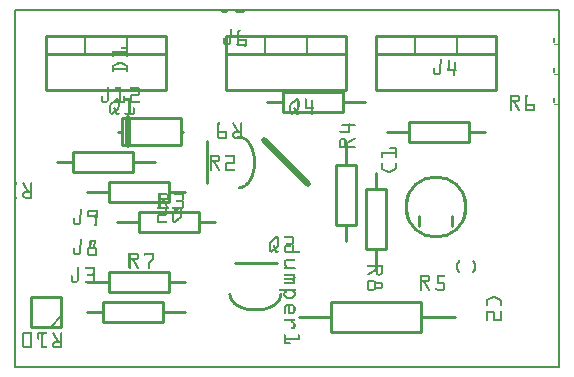
<source format=gto>
G04 MADE WITH FRITZING*
G04 WWW.FRITZING.ORG*
G04 SINGLE SIDED*
G04 HOLES NOT PLATED*
G04 CONTOUR ON CENTER OF CONTOUR VECTOR*
%ASAXBY*%
%FSLAX23Y23*%
%MOIN*%
%OFA0B0*%
%SFA1.0B1.0*%
%ADD10C,0.210000X0.19*%
%ADD11R,1.821250X1.196930X1.805250X1.180930*%
%ADD12C,0.008000*%
%ADD13C,0.021000*%
%ADD14C,0.010000*%
%ADD15C,0.020000*%
%ADD16C,0.005000*%
%ADD17R,0.001000X0.001000*%
%LNSILK1*%
G90*
G70*
G54D10*
X1408Y537D03*
G54D12*
X4Y1193D02*
X1817Y1193D01*
X1817Y4D01*
X4Y4D01*
X4Y1193D01*
D02*
G54D13*
X834Y761D02*
X981Y614D01*
G54D14*
D02*
X349Y787D02*
X362Y787D01*
D02*
X557Y787D02*
X564Y787D01*
D02*
X362Y832D02*
X557Y832D01*
D02*
X557Y832D02*
X557Y742D01*
D02*
X557Y742D02*
X362Y742D01*
D02*
X362Y742D02*
X362Y832D01*
G54D15*
D02*
X382Y742D02*
X382Y832D01*
G54D14*
D02*
X1208Y1107D02*
X1608Y1107D01*
D02*
X1608Y1107D02*
X1608Y927D01*
D02*
X1608Y927D02*
X1208Y927D01*
D02*
X1208Y927D02*
X1208Y1107D01*
D02*
X1208Y1107D02*
X1608Y1107D01*
D02*
X1608Y1107D02*
X1608Y1047D01*
D02*
X1608Y1047D02*
X1208Y1047D01*
D02*
X1208Y1047D02*
X1208Y1107D01*
G54D16*
D02*
X1338Y1107D02*
X1338Y1047D01*
D02*
X1478Y1107D02*
X1478Y1047D01*
G54D14*
D02*
X158Y137D02*
X158Y237D01*
D02*
X158Y237D02*
X58Y237D01*
D02*
X58Y237D02*
X58Y137D01*
D02*
X58Y137D02*
X158Y137D01*
G54D16*
D02*
X158Y172D02*
X123Y137D01*
G54D14*
D02*
X1245Y787D02*
X1317Y787D01*
D02*
X1517Y787D02*
X1570Y787D01*
D02*
X1317Y820D02*
X1517Y820D01*
D02*
X1517Y820D02*
X1517Y754D01*
D02*
X1517Y754D02*
X1317Y754D01*
D02*
X1317Y754D02*
X1317Y820D01*
D02*
X570Y187D02*
X498Y187D01*
D02*
X298Y187D02*
X245Y187D01*
D02*
X498Y154D02*
X298Y154D01*
D02*
X298Y154D02*
X298Y220D01*
D02*
X298Y220D02*
X498Y220D01*
D02*
X498Y220D02*
X498Y154D01*
D02*
X952Y170D02*
X1059Y170D01*
D02*
X1359Y170D02*
X1470Y170D01*
D02*
X1059Y220D02*
X1359Y220D01*
D02*
X1359Y220D02*
X1359Y120D01*
D02*
X1359Y120D02*
X1059Y120D01*
D02*
X1059Y120D02*
X1059Y220D01*
D02*
X1170Y887D02*
X1098Y887D01*
D02*
X898Y887D02*
X845Y887D01*
D02*
X1098Y854D02*
X898Y854D01*
D02*
X898Y854D02*
X898Y920D01*
D02*
X898Y920D02*
X1098Y920D01*
D02*
X1098Y920D02*
X1098Y854D01*
D02*
X470Y687D02*
X398Y687D01*
D02*
X198Y687D02*
X145Y687D01*
D02*
X398Y654D02*
X198Y654D01*
D02*
X198Y654D02*
X198Y720D01*
D02*
X198Y720D02*
X398Y720D01*
D02*
X398Y720D02*
X398Y654D01*
D02*
X1208Y325D02*
X1208Y397D01*
D02*
X1208Y597D02*
X1208Y650D01*
D02*
X1175Y397D02*
X1175Y597D01*
D02*
X1175Y597D02*
X1241Y597D01*
D02*
X1241Y597D02*
X1241Y397D01*
D02*
X1241Y397D02*
X1175Y397D01*
D02*
X245Y287D02*
X317Y287D01*
D02*
X517Y287D02*
X570Y287D01*
D02*
X317Y320D02*
X517Y320D01*
D02*
X517Y320D02*
X517Y254D01*
D02*
X517Y254D02*
X317Y254D01*
D02*
X317Y254D02*
X317Y320D01*
D02*
X345Y487D02*
X417Y487D01*
D02*
X617Y487D02*
X670Y487D01*
D02*
X417Y520D02*
X617Y520D01*
D02*
X617Y520D02*
X617Y454D01*
D02*
X617Y454D02*
X417Y454D01*
D02*
X417Y454D02*
X417Y520D01*
D02*
X1108Y750D02*
X1108Y678D01*
D02*
X1108Y478D02*
X1108Y425D01*
D02*
X1141Y678D02*
X1141Y478D01*
D02*
X1141Y478D02*
X1075Y478D01*
D02*
X1075Y478D02*
X1075Y678D01*
D02*
X1075Y678D02*
X1141Y678D01*
D02*
X245Y587D02*
X317Y587D01*
D02*
X517Y587D02*
X570Y587D01*
D02*
X317Y620D02*
X517Y620D01*
D02*
X517Y620D02*
X517Y554D01*
D02*
X517Y554D02*
X317Y554D01*
D02*
X317Y554D02*
X317Y620D01*
D02*
X708Y1107D02*
X1108Y1107D01*
D02*
X1108Y1107D02*
X1108Y927D01*
D02*
X1108Y927D02*
X708Y927D01*
D02*
X708Y927D02*
X708Y1107D01*
D02*
X708Y1107D02*
X1108Y1107D01*
D02*
X1108Y1107D02*
X1108Y1047D01*
D02*
X1108Y1047D02*
X708Y1047D01*
D02*
X708Y1047D02*
X708Y1107D01*
G54D16*
D02*
X838Y1107D02*
X838Y1047D01*
D02*
X978Y1107D02*
X978Y1047D01*
G54D14*
D02*
X108Y1107D02*
X508Y1107D01*
D02*
X508Y1107D02*
X508Y927D01*
D02*
X508Y927D02*
X108Y927D01*
D02*
X108Y927D02*
X108Y1107D01*
D02*
X108Y1107D02*
X508Y1107D01*
D02*
X508Y1107D02*
X508Y1047D01*
D02*
X508Y1047D02*
X108Y1047D01*
D02*
X108Y1047D02*
X108Y1107D01*
G54D16*
D02*
X238Y1107D02*
X238Y1047D01*
D02*
X378Y1107D02*
X378Y1047D01*
G54D14*
D02*
X738Y351D02*
X878Y351D01*
D02*
X644Y617D02*
X644Y757D01*
G54D17*
X690Y1196D02*
X696Y1196D01*
X711Y1196D02*
X717Y1196D01*
X764Y1196D02*
X770Y1196D01*
X690Y1195D02*
X696Y1195D01*
X711Y1195D02*
X717Y1195D01*
X764Y1195D02*
X770Y1195D01*
X690Y1194D02*
X696Y1194D01*
X711Y1194D02*
X717Y1194D01*
X764Y1194D02*
X770Y1194D01*
X690Y1193D02*
X696Y1193D01*
X710Y1193D02*
X717Y1193D01*
X764Y1193D02*
X770Y1193D01*
X690Y1192D02*
X696Y1192D01*
X710Y1192D02*
X716Y1192D01*
X738Y1192D02*
X742Y1192D01*
X764Y1192D02*
X770Y1192D01*
X690Y1191D02*
X697Y1191D01*
X710Y1191D02*
X716Y1191D01*
X737Y1191D02*
X744Y1191D01*
X764Y1191D02*
X770Y1191D01*
X690Y1190D02*
X698Y1190D01*
X708Y1190D02*
X716Y1190D01*
X737Y1190D02*
X746Y1190D01*
X764Y1190D02*
X770Y1190D01*
X691Y1189D02*
X716Y1189D01*
X737Y1189D02*
X770Y1189D01*
X691Y1188D02*
X715Y1188D01*
X737Y1188D02*
X770Y1188D01*
X692Y1187D02*
X714Y1187D01*
X737Y1187D02*
X770Y1187D01*
X693Y1186D02*
X714Y1186D01*
X739Y1186D02*
X769Y1186D01*
X694Y1185D02*
X712Y1185D01*
X741Y1185D02*
X768Y1185D01*
X696Y1184D02*
X711Y1184D01*
X743Y1184D02*
X767Y1184D01*
X698Y1183D02*
X708Y1183D01*
X747Y1183D02*
X765Y1183D01*
X723Y1129D02*
X724Y1129D01*
X721Y1128D02*
X726Y1128D01*
X721Y1127D02*
X726Y1127D01*
X748Y1127D02*
X753Y1127D01*
X721Y1126D02*
X726Y1126D01*
X747Y1126D02*
X755Y1126D01*
X720Y1125D02*
X726Y1125D01*
X747Y1125D02*
X756Y1125D01*
X720Y1124D02*
X726Y1124D01*
X747Y1124D02*
X756Y1124D01*
X720Y1123D02*
X726Y1123D01*
X746Y1123D02*
X756Y1123D01*
X720Y1122D02*
X726Y1122D01*
X746Y1122D02*
X755Y1122D01*
X720Y1121D02*
X726Y1121D01*
X746Y1121D02*
X755Y1121D01*
X720Y1120D02*
X726Y1120D01*
X746Y1120D02*
X752Y1120D01*
X720Y1119D02*
X726Y1119D01*
X746Y1119D02*
X752Y1119D01*
X720Y1118D02*
X726Y1118D01*
X746Y1118D02*
X752Y1118D01*
X720Y1117D02*
X726Y1117D01*
X746Y1117D02*
X752Y1117D01*
X720Y1116D02*
X726Y1116D01*
X746Y1116D02*
X752Y1116D01*
X720Y1115D02*
X726Y1115D01*
X746Y1115D02*
X752Y1115D01*
X720Y1114D02*
X726Y1114D01*
X746Y1114D02*
X752Y1114D01*
X720Y1113D02*
X726Y1113D01*
X746Y1113D02*
X752Y1113D01*
X720Y1112D02*
X726Y1112D01*
X746Y1112D02*
X752Y1112D01*
X719Y1111D02*
X725Y1111D01*
X746Y1111D02*
X752Y1111D01*
X719Y1110D02*
X725Y1110D01*
X746Y1110D02*
X752Y1110D01*
X719Y1109D02*
X725Y1109D01*
X745Y1109D02*
X751Y1109D01*
X719Y1108D02*
X725Y1108D01*
X745Y1108D02*
X751Y1108D01*
X719Y1107D02*
X725Y1107D01*
X745Y1107D02*
X751Y1107D01*
X719Y1106D02*
X725Y1106D01*
X745Y1106D02*
X751Y1106D01*
X719Y1105D02*
X725Y1105D01*
X745Y1105D02*
X751Y1105D01*
X719Y1104D02*
X725Y1104D01*
X745Y1104D02*
X751Y1104D01*
X719Y1103D02*
X725Y1103D01*
X745Y1103D02*
X751Y1103D01*
X719Y1102D02*
X725Y1102D01*
X745Y1102D02*
X751Y1102D01*
X700Y1101D02*
X702Y1101D01*
X719Y1101D02*
X725Y1101D01*
X745Y1101D02*
X751Y1101D01*
X1800Y1101D02*
X1802Y1101D01*
X699Y1100D02*
X703Y1100D01*
X719Y1100D02*
X725Y1100D01*
X745Y1100D02*
X751Y1100D01*
X1798Y1100D02*
X1803Y1100D01*
X698Y1099D02*
X704Y1099D01*
X719Y1099D02*
X725Y1099D01*
X745Y1099D02*
X751Y1099D01*
X1798Y1099D02*
X1803Y1099D01*
X698Y1098D02*
X704Y1098D01*
X719Y1098D02*
X725Y1098D01*
X745Y1098D02*
X751Y1098D01*
X1798Y1098D02*
X1804Y1098D01*
X698Y1097D02*
X704Y1097D01*
X718Y1097D02*
X724Y1097D01*
X745Y1097D02*
X763Y1097D01*
X1798Y1097D02*
X1804Y1097D01*
X698Y1096D02*
X704Y1096D01*
X718Y1096D02*
X724Y1096D01*
X745Y1096D02*
X775Y1096D01*
X1797Y1096D02*
X1804Y1096D01*
X698Y1095D02*
X704Y1095D01*
X718Y1095D02*
X724Y1095D01*
X744Y1095D02*
X777Y1095D01*
X1797Y1095D02*
X1803Y1095D01*
X698Y1094D02*
X704Y1094D01*
X718Y1094D02*
X724Y1094D01*
X744Y1094D02*
X778Y1094D01*
X1797Y1094D02*
X1803Y1094D01*
X697Y1093D02*
X703Y1093D01*
X718Y1093D02*
X724Y1093D01*
X744Y1093D02*
X778Y1093D01*
X1797Y1093D02*
X1803Y1093D01*
X697Y1092D02*
X703Y1092D01*
X718Y1092D02*
X724Y1092D01*
X744Y1092D02*
X778Y1092D01*
X1797Y1092D02*
X1803Y1092D01*
X697Y1091D02*
X703Y1091D01*
X718Y1091D02*
X724Y1091D01*
X744Y1091D02*
X778Y1091D01*
X1797Y1091D02*
X1803Y1091D01*
X697Y1090D02*
X703Y1090D01*
X718Y1090D02*
X724Y1090D01*
X744Y1090D02*
X750Y1090D01*
X763Y1090D02*
X778Y1090D01*
X1797Y1090D02*
X1803Y1090D01*
X697Y1089D02*
X703Y1089D01*
X718Y1089D02*
X724Y1089D01*
X744Y1089D02*
X750Y1089D01*
X772Y1089D02*
X778Y1089D01*
X1797Y1089D02*
X1803Y1089D01*
X697Y1088D02*
X703Y1088D01*
X718Y1088D02*
X724Y1088D01*
X744Y1088D02*
X750Y1088D01*
X772Y1088D02*
X778Y1088D01*
X1797Y1088D02*
X1803Y1088D01*
X697Y1087D02*
X703Y1087D01*
X718Y1087D02*
X724Y1087D01*
X744Y1087D02*
X750Y1087D01*
X772Y1087D02*
X778Y1087D01*
X1797Y1087D02*
X1803Y1087D01*
X697Y1086D02*
X703Y1086D01*
X718Y1086D02*
X724Y1086D01*
X744Y1086D02*
X750Y1086D01*
X771Y1086D02*
X778Y1086D01*
X1797Y1086D02*
X1803Y1086D01*
X697Y1085D02*
X704Y1085D01*
X717Y1085D02*
X724Y1085D01*
X744Y1085D02*
X750Y1085D01*
X771Y1085D02*
X777Y1085D01*
X1797Y1085D02*
X1803Y1085D01*
X697Y1084D02*
X704Y1084D01*
X717Y1084D02*
X723Y1084D01*
X744Y1084D02*
X750Y1084D01*
X771Y1084D02*
X777Y1084D01*
X1797Y1084D02*
X1804Y1084D01*
X698Y1083D02*
X709Y1083D01*
X715Y1083D02*
X723Y1083D01*
X744Y1083D02*
X750Y1083D01*
X771Y1083D02*
X777Y1083D01*
X1798Y1083D02*
X1809Y1083D01*
X698Y1082D02*
X723Y1082D01*
X744Y1082D02*
X750Y1082D01*
X771Y1082D02*
X777Y1082D01*
X699Y1081D02*
X722Y1081D01*
X744Y1081D02*
X749Y1081D01*
X771Y1081D02*
X777Y1081D01*
X1799Y1081D02*
X1822Y1081D01*
X700Y1080D02*
X722Y1080D01*
X743Y1080D02*
X752Y1080D01*
X771Y1080D02*
X777Y1080D01*
X1799Y1080D02*
X1821Y1080D01*
X701Y1079D02*
X721Y1079D01*
X743Y1079D02*
X766Y1079D01*
X771Y1079D02*
X777Y1079D01*
X1800Y1079D02*
X1821Y1079D01*
X702Y1078D02*
X720Y1078D01*
X743Y1078D02*
X777Y1078D01*
X1802Y1078D02*
X1819Y1078D01*
X704Y1077D02*
X718Y1077D01*
X743Y1077D02*
X777Y1077D01*
X1803Y1077D02*
X1818Y1077D01*
X710Y1076D02*
X715Y1076D01*
X743Y1076D02*
X777Y1076D01*
X1810Y1076D02*
X1815Y1076D01*
X744Y1075D02*
X777Y1075D01*
X745Y1074D02*
X777Y1074D01*
X753Y1073D02*
X776Y1073D01*
X767Y1072D02*
X775Y1072D01*
X359Y1070D02*
X380Y1070D01*
X358Y1069D02*
X380Y1069D01*
X357Y1068D02*
X381Y1068D01*
X357Y1067D02*
X381Y1067D01*
X358Y1066D02*
X381Y1066D01*
X358Y1065D02*
X381Y1065D01*
X360Y1064D02*
X381Y1064D01*
X375Y1063D02*
X381Y1063D01*
X375Y1062D02*
X381Y1062D01*
X375Y1061D02*
X381Y1061D01*
X375Y1060D02*
X381Y1060D01*
X375Y1059D02*
X381Y1059D01*
X375Y1058D02*
X381Y1058D01*
X374Y1057D02*
X381Y1057D01*
X328Y1056D02*
X381Y1056D01*
X328Y1055D02*
X381Y1055D01*
X328Y1054D02*
X381Y1054D01*
X328Y1053D02*
X381Y1053D01*
X328Y1052D02*
X381Y1052D01*
X328Y1051D02*
X381Y1051D01*
X328Y1050D02*
X381Y1050D01*
X328Y1049D02*
X334Y1049D01*
X375Y1049D02*
X381Y1049D01*
X328Y1048D02*
X334Y1048D01*
X375Y1048D02*
X381Y1048D01*
X328Y1047D02*
X334Y1047D01*
X375Y1047D02*
X381Y1047D01*
X328Y1046D02*
X334Y1046D01*
X375Y1046D02*
X381Y1046D01*
X328Y1045D02*
X334Y1045D01*
X375Y1045D02*
X381Y1045D01*
X328Y1044D02*
X334Y1044D01*
X375Y1044D02*
X381Y1044D01*
X328Y1043D02*
X334Y1043D01*
X375Y1043D02*
X381Y1043D01*
X328Y1042D02*
X334Y1042D01*
X375Y1042D02*
X381Y1042D01*
X328Y1041D02*
X334Y1041D01*
X375Y1041D02*
X381Y1041D01*
X328Y1040D02*
X334Y1040D01*
X375Y1040D02*
X381Y1040D01*
X328Y1039D02*
X334Y1039D01*
X375Y1039D02*
X381Y1039D01*
X328Y1038D02*
X333Y1038D01*
X375Y1038D02*
X380Y1038D01*
X329Y1037D02*
X332Y1037D01*
X376Y1037D02*
X380Y1037D01*
X1422Y1029D02*
X1424Y1029D01*
X1421Y1028D02*
X1426Y1028D01*
X1421Y1027D02*
X1426Y1027D01*
X1450Y1027D02*
X1452Y1027D01*
X1420Y1026D02*
X1426Y1026D01*
X1449Y1026D02*
X1453Y1026D01*
X1420Y1025D02*
X1426Y1025D01*
X1448Y1025D02*
X1454Y1025D01*
X1420Y1024D02*
X1426Y1024D01*
X1448Y1024D02*
X1454Y1024D01*
X1420Y1023D02*
X1426Y1023D01*
X1448Y1023D02*
X1454Y1023D01*
X1420Y1022D02*
X1426Y1022D01*
X1448Y1022D02*
X1454Y1022D01*
X1420Y1021D02*
X1426Y1021D01*
X1448Y1021D02*
X1454Y1021D01*
X351Y1020D02*
X358Y1020D01*
X1420Y1020D02*
X1426Y1020D01*
X1448Y1020D02*
X1454Y1020D01*
X348Y1019D02*
X361Y1019D01*
X1420Y1019D02*
X1426Y1019D01*
X1448Y1019D02*
X1454Y1019D01*
X1469Y1019D02*
X1473Y1019D01*
X346Y1018D02*
X363Y1018D01*
X1420Y1018D02*
X1426Y1018D01*
X1448Y1018D02*
X1454Y1018D01*
X1469Y1018D02*
X1474Y1018D01*
X344Y1017D02*
X365Y1017D01*
X1420Y1017D02*
X1426Y1017D01*
X1448Y1017D02*
X1454Y1017D01*
X1468Y1017D02*
X1474Y1017D01*
X342Y1016D02*
X367Y1016D01*
X1420Y1016D02*
X1426Y1016D01*
X1448Y1016D02*
X1454Y1016D01*
X1468Y1016D02*
X1474Y1016D01*
X340Y1015D02*
X369Y1015D01*
X1420Y1015D02*
X1426Y1015D01*
X1447Y1015D02*
X1453Y1015D01*
X1468Y1015D02*
X1474Y1015D01*
X338Y1014D02*
X371Y1014D01*
X1420Y1014D02*
X1426Y1014D01*
X1447Y1014D02*
X1453Y1014D01*
X1468Y1014D02*
X1474Y1014D01*
X336Y1013D02*
X351Y1013D01*
X358Y1013D02*
X373Y1013D01*
X1419Y1013D02*
X1426Y1013D01*
X1447Y1013D02*
X1453Y1013D01*
X1468Y1013D02*
X1474Y1013D01*
X334Y1012D02*
X349Y1012D01*
X360Y1012D02*
X375Y1012D01*
X1419Y1012D02*
X1425Y1012D01*
X1447Y1012D02*
X1453Y1012D01*
X1468Y1012D02*
X1474Y1012D01*
X332Y1011D02*
X347Y1011D01*
X362Y1011D02*
X377Y1011D01*
X1419Y1011D02*
X1425Y1011D01*
X1447Y1011D02*
X1453Y1011D01*
X1468Y1011D02*
X1474Y1011D01*
X331Y1010D02*
X345Y1010D01*
X364Y1010D02*
X378Y1010D01*
X1419Y1010D02*
X1425Y1010D01*
X1447Y1010D02*
X1453Y1010D01*
X1468Y1010D02*
X1474Y1010D01*
X330Y1009D02*
X343Y1009D01*
X366Y1009D02*
X379Y1009D01*
X1419Y1009D02*
X1425Y1009D01*
X1447Y1009D02*
X1453Y1009D01*
X1468Y1009D02*
X1474Y1009D01*
X329Y1008D02*
X341Y1008D01*
X368Y1008D02*
X379Y1008D01*
X1419Y1008D02*
X1425Y1008D01*
X1447Y1008D02*
X1453Y1008D01*
X1468Y1008D02*
X1474Y1008D01*
X329Y1007D02*
X339Y1007D01*
X370Y1007D02*
X380Y1007D01*
X1419Y1007D02*
X1425Y1007D01*
X1447Y1007D02*
X1453Y1007D01*
X1468Y1007D02*
X1474Y1007D01*
X328Y1006D02*
X337Y1006D01*
X372Y1006D02*
X380Y1006D01*
X1419Y1006D02*
X1425Y1006D01*
X1447Y1006D02*
X1453Y1006D01*
X1468Y1006D02*
X1474Y1006D01*
X328Y1005D02*
X335Y1005D01*
X374Y1005D02*
X381Y1005D01*
X1419Y1005D02*
X1425Y1005D01*
X1447Y1005D02*
X1453Y1005D01*
X1467Y1005D02*
X1474Y1005D01*
X328Y1004D02*
X334Y1004D01*
X375Y1004D02*
X381Y1004D01*
X1419Y1004D02*
X1425Y1004D01*
X1447Y1004D02*
X1453Y1004D01*
X1467Y1004D02*
X1473Y1004D01*
X328Y1003D02*
X334Y1003D01*
X375Y1003D02*
X381Y1003D01*
X1419Y1003D02*
X1425Y1003D01*
X1447Y1003D02*
X1453Y1003D01*
X1467Y1003D02*
X1473Y1003D01*
X328Y1002D02*
X334Y1002D01*
X375Y1002D02*
X381Y1002D01*
X1419Y1002D02*
X1425Y1002D01*
X1447Y1002D02*
X1453Y1002D01*
X1467Y1002D02*
X1473Y1002D01*
X328Y1001D02*
X334Y1001D01*
X375Y1001D02*
X381Y1001D01*
X1400Y1001D02*
X1402Y1001D01*
X1419Y1001D02*
X1425Y1001D01*
X1446Y1001D02*
X1453Y1001D01*
X1467Y1001D02*
X1473Y1001D01*
X1800Y1001D02*
X1802Y1001D01*
X328Y1000D02*
X334Y1000D01*
X375Y1000D02*
X381Y1000D01*
X1398Y1000D02*
X1403Y1000D01*
X1419Y1000D02*
X1425Y1000D01*
X1446Y1000D02*
X1452Y1000D01*
X1467Y1000D02*
X1473Y1000D01*
X1798Y1000D02*
X1803Y1000D01*
X328Y999D02*
X381Y999D01*
X1398Y999D02*
X1403Y999D01*
X1418Y999D02*
X1425Y999D01*
X1446Y999D02*
X1452Y999D01*
X1467Y999D02*
X1473Y999D01*
X1798Y999D02*
X1803Y999D01*
X328Y998D02*
X381Y998D01*
X1398Y998D02*
X1404Y998D01*
X1418Y998D02*
X1424Y998D01*
X1446Y998D02*
X1453Y998D01*
X1467Y998D02*
X1473Y998D01*
X1798Y998D02*
X1804Y998D01*
X328Y997D02*
X381Y997D01*
X1398Y997D02*
X1404Y997D01*
X1418Y997D02*
X1424Y997D01*
X1446Y997D02*
X1464Y997D01*
X1467Y997D02*
X1473Y997D01*
X1798Y997D02*
X1804Y997D01*
X328Y996D02*
X381Y996D01*
X1398Y996D02*
X1404Y996D01*
X1418Y996D02*
X1424Y996D01*
X1446Y996D02*
X1474Y996D01*
X1797Y996D02*
X1804Y996D01*
X328Y995D02*
X381Y995D01*
X1397Y995D02*
X1404Y995D01*
X1418Y995D02*
X1424Y995D01*
X1446Y995D02*
X1475Y995D01*
X1797Y995D02*
X1803Y995D01*
X328Y994D02*
X381Y994D01*
X1397Y994D02*
X1403Y994D01*
X1418Y994D02*
X1424Y994D01*
X1446Y994D02*
X1476Y994D01*
X1797Y994D02*
X1803Y994D01*
X328Y993D02*
X381Y993D01*
X1397Y993D02*
X1403Y993D01*
X1418Y993D02*
X1424Y993D01*
X1446Y993D02*
X1476Y993D01*
X1797Y993D02*
X1803Y993D01*
X328Y992D02*
X334Y992D01*
X375Y992D02*
X381Y992D01*
X1397Y992D02*
X1403Y992D01*
X1418Y992D02*
X1424Y992D01*
X1446Y992D02*
X1476Y992D01*
X1797Y992D02*
X1803Y992D01*
X328Y991D02*
X334Y991D01*
X375Y991D02*
X381Y991D01*
X1397Y991D02*
X1403Y991D01*
X1418Y991D02*
X1424Y991D01*
X1450Y991D02*
X1476Y991D01*
X1797Y991D02*
X1803Y991D01*
X328Y990D02*
X334Y990D01*
X375Y990D02*
X381Y990D01*
X1397Y990D02*
X1403Y990D01*
X1418Y990D02*
X1424Y990D01*
X1464Y990D02*
X1475Y990D01*
X1797Y990D02*
X1803Y990D01*
X328Y989D02*
X334Y989D01*
X375Y989D02*
X381Y989D01*
X1397Y989D02*
X1403Y989D01*
X1418Y989D02*
X1424Y989D01*
X1466Y989D02*
X1472Y989D01*
X1797Y989D02*
X1803Y989D01*
X328Y988D02*
X333Y988D01*
X375Y988D02*
X381Y988D01*
X1397Y988D02*
X1403Y988D01*
X1418Y988D02*
X1424Y988D01*
X1466Y988D02*
X1472Y988D01*
X1797Y988D02*
X1803Y988D01*
X329Y987D02*
X333Y987D01*
X376Y987D02*
X380Y987D01*
X1397Y987D02*
X1403Y987D01*
X1418Y987D02*
X1424Y987D01*
X1466Y987D02*
X1472Y987D01*
X1797Y987D02*
X1803Y987D01*
X1397Y986D02*
X1403Y986D01*
X1418Y986D02*
X1424Y986D01*
X1466Y986D02*
X1472Y986D01*
X1797Y986D02*
X1803Y986D01*
X1397Y985D02*
X1403Y985D01*
X1417Y985D02*
X1424Y985D01*
X1466Y985D02*
X1472Y985D01*
X1797Y985D02*
X1803Y985D01*
X1397Y984D02*
X1404Y984D01*
X1417Y984D02*
X1423Y984D01*
X1466Y984D02*
X1472Y984D01*
X1797Y984D02*
X1804Y984D01*
X1398Y983D02*
X1410Y983D01*
X1415Y983D02*
X1423Y983D01*
X1466Y983D02*
X1472Y983D01*
X1798Y983D02*
X1810Y983D01*
X1398Y982D02*
X1423Y982D01*
X1466Y982D02*
X1472Y982D01*
X1399Y981D02*
X1422Y981D01*
X1466Y981D02*
X1472Y981D01*
X1799Y981D02*
X1822Y981D01*
X1399Y980D02*
X1421Y980D01*
X1466Y980D02*
X1472Y980D01*
X1799Y980D02*
X1821Y980D01*
X1400Y979D02*
X1421Y979D01*
X1466Y979D02*
X1472Y979D01*
X1800Y979D02*
X1820Y979D01*
X1402Y978D02*
X1419Y978D01*
X1466Y978D02*
X1472Y978D01*
X1802Y978D02*
X1819Y978D01*
X1404Y977D02*
X1418Y977D01*
X1466Y977D02*
X1472Y977D01*
X1804Y977D02*
X1818Y977D01*
X1411Y976D02*
X1415Y976D01*
X1465Y976D02*
X1472Y976D01*
X1811Y976D02*
X1815Y976D01*
X1466Y975D02*
X1471Y975D01*
X1466Y974D02*
X1471Y974D01*
X1467Y973D02*
X1470Y973D01*
X313Y937D02*
X314Y937D01*
X340Y937D02*
X356Y937D01*
X390Y937D02*
X415Y937D01*
X312Y936D02*
X316Y936D01*
X338Y936D02*
X356Y936D01*
X388Y936D02*
X417Y936D01*
X311Y935D02*
X316Y935D01*
X337Y935D02*
X356Y935D01*
X387Y935D02*
X418Y935D01*
X311Y934D02*
X317Y934D01*
X337Y934D02*
X356Y934D01*
X387Y934D02*
X419Y934D01*
X311Y933D02*
X317Y933D01*
X337Y933D02*
X356Y933D01*
X387Y933D02*
X420Y933D01*
X311Y932D02*
X317Y932D01*
X337Y932D02*
X356Y932D01*
X387Y932D02*
X420Y932D01*
X311Y931D02*
X317Y931D01*
X338Y931D02*
X356Y931D01*
X388Y931D02*
X420Y931D01*
X311Y930D02*
X317Y930D01*
X350Y930D02*
X356Y930D01*
X414Y930D02*
X420Y930D01*
X311Y929D02*
X317Y929D01*
X350Y929D02*
X356Y929D01*
X414Y929D02*
X420Y929D01*
X311Y928D02*
X317Y928D01*
X350Y928D02*
X356Y928D01*
X414Y928D02*
X420Y928D01*
X311Y927D02*
X317Y927D01*
X350Y927D02*
X356Y927D01*
X414Y927D02*
X420Y927D01*
X311Y926D02*
X317Y926D01*
X350Y926D02*
X356Y926D01*
X414Y926D02*
X420Y926D01*
X311Y925D02*
X317Y925D01*
X350Y925D02*
X356Y925D01*
X414Y925D02*
X420Y925D01*
X311Y924D02*
X317Y924D01*
X350Y924D02*
X356Y924D01*
X414Y924D02*
X420Y924D01*
X311Y923D02*
X317Y923D01*
X350Y923D02*
X356Y923D01*
X414Y923D02*
X420Y923D01*
X311Y922D02*
X317Y922D01*
X350Y922D02*
X356Y922D01*
X414Y922D02*
X420Y922D01*
X311Y921D02*
X317Y921D01*
X350Y921D02*
X356Y921D01*
X414Y921D02*
X420Y921D01*
X311Y920D02*
X317Y920D01*
X350Y920D02*
X356Y920D01*
X414Y920D02*
X420Y920D01*
X311Y919D02*
X317Y919D01*
X350Y919D02*
X356Y919D01*
X414Y919D02*
X420Y919D01*
X311Y918D02*
X317Y918D01*
X350Y918D02*
X356Y918D01*
X414Y918D02*
X420Y918D01*
X311Y917D02*
X317Y917D01*
X350Y917D02*
X356Y917D01*
X414Y917D02*
X420Y917D01*
X311Y916D02*
X317Y916D01*
X350Y916D02*
X356Y916D01*
X414Y916D02*
X420Y916D01*
X311Y915D02*
X317Y915D01*
X350Y915D02*
X356Y915D01*
X414Y915D02*
X420Y915D01*
X311Y914D02*
X317Y914D01*
X350Y914D02*
X356Y914D01*
X414Y914D02*
X420Y914D01*
X311Y913D02*
X317Y913D01*
X350Y913D02*
X356Y913D01*
X391Y913D02*
X420Y913D01*
X311Y912D02*
X317Y912D01*
X350Y912D02*
X356Y912D01*
X390Y912D02*
X420Y912D01*
X311Y911D02*
X317Y911D01*
X350Y911D02*
X356Y911D01*
X389Y911D02*
X420Y911D01*
X311Y910D02*
X317Y910D01*
X350Y910D02*
X356Y910D01*
X388Y910D02*
X419Y910D01*
X1654Y910D02*
X1678Y910D01*
X1707Y910D02*
X1711Y910D01*
X311Y909D02*
X317Y909D01*
X350Y909D02*
X356Y909D01*
X387Y909D02*
X419Y909D01*
X1654Y909D02*
X1682Y909D01*
X1705Y909D02*
X1712Y909D01*
X311Y908D02*
X317Y908D01*
X350Y908D02*
X356Y908D01*
X387Y908D02*
X418Y908D01*
X1654Y908D02*
X1683Y908D01*
X1704Y908D02*
X1713Y908D01*
X291Y907D02*
X294Y907D01*
X311Y907D02*
X317Y907D01*
X350Y907D02*
X356Y907D01*
X366Y907D02*
X369Y907D01*
X387Y907D02*
X416Y907D01*
X1654Y907D02*
X1684Y907D01*
X1704Y907D02*
X1713Y907D01*
X290Y906D02*
X295Y906D01*
X311Y906D02*
X317Y906D01*
X350Y906D02*
X356Y906D01*
X365Y906D02*
X370Y906D01*
X387Y906D02*
X393Y906D01*
X1654Y906D02*
X1685Y906D01*
X1704Y906D02*
X1713Y906D01*
X290Y905D02*
X296Y905D01*
X311Y905D02*
X317Y905D01*
X350Y905D02*
X356Y905D01*
X364Y905D02*
X370Y905D01*
X387Y905D02*
X393Y905D01*
X1654Y905D02*
X1686Y905D01*
X1704Y905D02*
X1713Y905D01*
X290Y904D02*
X296Y904D01*
X311Y904D02*
X317Y904D01*
X350Y904D02*
X356Y904D01*
X364Y904D02*
X370Y904D01*
X387Y904D02*
X393Y904D01*
X1654Y904D02*
X1686Y904D01*
X1704Y904D02*
X1712Y904D01*
X290Y903D02*
X296Y903D01*
X311Y903D02*
X317Y903D01*
X350Y903D02*
X356Y903D01*
X364Y903D02*
X370Y903D01*
X387Y903D02*
X393Y903D01*
X1654Y903D02*
X1660Y903D01*
X1679Y903D02*
X1687Y903D01*
X1704Y903D02*
X1710Y903D01*
X290Y902D02*
X296Y902D01*
X311Y902D02*
X317Y902D01*
X350Y902D02*
X356Y902D01*
X364Y902D02*
X370Y902D01*
X387Y902D02*
X393Y902D01*
X1654Y902D02*
X1660Y902D01*
X1680Y902D02*
X1687Y902D01*
X1704Y902D02*
X1710Y902D01*
X290Y901D02*
X296Y901D01*
X311Y901D02*
X317Y901D01*
X350Y901D02*
X356Y901D01*
X364Y901D02*
X370Y901D01*
X387Y901D02*
X393Y901D01*
X1654Y901D02*
X1660Y901D01*
X1681Y901D02*
X1687Y901D01*
X1704Y901D02*
X1710Y901D01*
X1799Y901D02*
X1802Y901D01*
X290Y900D02*
X296Y900D01*
X311Y900D02*
X317Y900D01*
X350Y900D02*
X356Y900D01*
X364Y900D02*
X370Y900D01*
X387Y900D02*
X393Y900D01*
X1654Y900D02*
X1660Y900D01*
X1681Y900D02*
X1687Y900D01*
X1704Y900D02*
X1710Y900D01*
X1798Y900D02*
X1803Y900D01*
X290Y899D02*
X296Y899D01*
X311Y899D02*
X317Y899D01*
X350Y899D02*
X356Y899D01*
X364Y899D02*
X370Y899D01*
X387Y899D02*
X393Y899D01*
X1654Y899D02*
X1660Y899D01*
X1681Y899D02*
X1687Y899D01*
X1704Y899D02*
X1710Y899D01*
X1798Y899D02*
X1803Y899D01*
X290Y898D02*
X296Y898D01*
X311Y898D02*
X317Y898D01*
X342Y898D02*
X347Y898D01*
X350Y898D02*
X356Y898D01*
X364Y898D02*
X393Y898D01*
X942Y898D02*
X947Y898D01*
X973Y898D02*
X975Y898D01*
X1654Y898D02*
X1660Y898D01*
X1681Y898D02*
X1687Y898D01*
X1704Y898D02*
X1710Y898D01*
X1798Y898D02*
X1804Y898D01*
X290Y897D02*
X296Y897D01*
X311Y897D02*
X317Y897D01*
X340Y897D02*
X356Y897D01*
X364Y897D02*
X393Y897D01*
X940Y897D02*
X949Y897D01*
X972Y897D02*
X976Y897D01*
X1654Y897D02*
X1660Y897D01*
X1681Y897D02*
X1687Y897D01*
X1704Y897D02*
X1710Y897D01*
X1798Y897D02*
X1804Y897D01*
X290Y896D02*
X296Y896D01*
X311Y896D02*
X317Y896D01*
X339Y896D02*
X356Y896D01*
X364Y896D02*
X393Y896D01*
X939Y896D02*
X950Y896D01*
X971Y896D02*
X977Y896D01*
X1654Y896D02*
X1660Y896D01*
X1681Y896D02*
X1687Y896D01*
X1704Y896D02*
X1710Y896D01*
X1797Y896D02*
X1804Y896D01*
X290Y895D02*
X296Y895D01*
X311Y895D02*
X317Y895D01*
X338Y895D02*
X356Y895D01*
X364Y895D02*
X393Y895D01*
X938Y895D02*
X951Y895D01*
X971Y895D02*
X977Y895D01*
X1654Y895D02*
X1660Y895D01*
X1681Y895D02*
X1687Y895D01*
X1704Y895D02*
X1710Y895D01*
X1797Y895D02*
X1803Y895D01*
X290Y894D02*
X296Y894D01*
X311Y894D02*
X317Y894D01*
X337Y894D02*
X356Y894D01*
X364Y894D02*
X393Y894D01*
X937Y894D02*
X951Y894D01*
X971Y894D02*
X977Y894D01*
X1654Y894D02*
X1660Y894D01*
X1681Y894D02*
X1687Y894D01*
X1704Y894D02*
X1710Y894D01*
X1797Y894D02*
X1803Y894D01*
X290Y893D02*
X296Y893D01*
X310Y893D02*
X317Y893D01*
X335Y893D02*
X356Y893D01*
X364Y893D02*
X393Y893D01*
X935Y893D02*
X952Y893D01*
X971Y893D02*
X977Y893D01*
X1654Y893D02*
X1660Y893D01*
X1680Y893D02*
X1687Y893D01*
X1704Y893D02*
X1710Y893D01*
X1797Y893D02*
X1803Y893D01*
X290Y892D02*
X296Y892D01*
X310Y892D02*
X316Y892D01*
X334Y892D02*
X356Y892D01*
X364Y892D02*
X393Y892D01*
X934Y892D02*
X952Y892D01*
X971Y892D02*
X977Y892D01*
X993Y892D02*
X996Y892D01*
X1654Y892D02*
X1687Y892D01*
X1704Y892D02*
X1710Y892D01*
X1797Y892D02*
X1803Y892D01*
X290Y891D02*
X297Y891D01*
X309Y891D02*
X316Y891D01*
X333Y891D02*
X343Y891D01*
X346Y891D02*
X356Y891D01*
X364Y891D02*
X370Y891D01*
X383Y891D02*
X393Y891D01*
X933Y891D02*
X943Y891D01*
X946Y891D02*
X952Y891D01*
X971Y891D02*
X977Y891D01*
X992Y891D02*
X997Y891D01*
X1654Y891D02*
X1686Y891D01*
X1704Y891D02*
X1710Y891D01*
X1797Y891D02*
X1803Y891D01*
X291Y890D02*
X316Y890D01*
X332Y890D02*
X370Y890D01*
X383Y890D02*
X417Y890D01*
X932Y890D02*
X942Y890D01*
X946Y890D02*
X952Y890D01*
X971Y890D02*
X977Y890D01*
X992Y890D02*
X997Y890D01*
X1654Y890D02*
X1685Y890D01*
X1704Y890D02*
X1710Y890D01*
X1797Y890D02*
X1803Y890D01*
X291Y889D02*
X316Y889D01*
X331Y889D02*
X370Y889D01*
X383Y889D02*
X419Y889D01*
X931Y889D02*
X941Y889D01*
X946Y889D02*
X953Y889D01*
X971Y889D02*
X977Y889D01*
X991Y889D02*
X997Y889D01*
X1654Y889D02*
X1685Y889D01*
X1704Y889D02*
X1710Y889D01*
X1797Y889D02*
X1803Y889D01*
X291Y888D02*
X315Y888D01*
X330Y888D02*
X370Y888D01*
X383Y888D02*
X420Y888D01*
X929Y888D02*
X939Y888D01*
X946Y888D02*
X953Y888D01*
X971Y888D02*
X977Y888D01*
X991Y888D02*
X997Y888D01*
X1654Y888D02*
X1684Y888D01*
X1704Y888D02*
X1710Y888D01*
X1797Y888D02*
X1803Y888D01*
X292Y887D02*
X314Y887D01*
X328Y887D02*
X370Y887D01*
X383Y887D02*
X420Y887D01*
X928Y887D02*
X938Y887D01*
X946Y887D02*
X953Y887D01*
X971Y887D02*
X977Y887D01*
X991Y887D02*
X997Y887D01*
X1654Y887D02*
X1682Y887D01*
X1704Y887D02*
X1710Y887D01*
X1797Y887D02*
X1803Y887D01*
X293Y886D02*
X313Y886D01*
X327Y886D02*
X370Y886D01*
X383Y886D02*
X420Y886D01*
X927Y886D02*
X937Y886D01*
X946Y886D02*
X953Y886D01*
X971Y886D02*
X977Y886D01*
X991Y886D02*
X997Y886D01*
X1654Y886D02*
X1680Y886D01*
X1704Y886D02*
X1710Y886D01*
X1797Y886D02*
X1803Y886D01*
X294Y885D02*
X312Y885D01*
X326Y885D02*
X370Y885D01*
X383Y885D02*
X420Y885D01*
X926Y885D02*
X936Y885D01*
X946Y885D02*
X953Y885D01*
X971Y885D02*
X977Y885D01*
X991Y885D02*
X997Y885D01*
X1654Y885D02*
X1660Y885D01*
X1666Y885D02*
X1673Y885D01*
X1704Y885D02*
X1710Y885D01*
X1797Y885D02*
X1803Y885D01*
X296Y884D02*
X310Y884D01*
X325Y884D02*
X335Y884D01*
X338Y884D02*
X369Y884D01*
X383Y884D02*
X419Y884D01*
X925Y884D02*
X935Y884D01*
X946Y884D02*
X953Y884D01*
X971Y884D02*
X977Y884D01*
X991Y884D02*
X997Y884D01*
X1654Y884D02*
X1660Y884D01*
X1666Y884D02*
X1674Y884D01*
X1704Y884D02*
X1710Y884D01*
X1797Y884D02*
X1804Y884D01*
X301Y883D02*
X306Y883D01*
X324Y883D02*
X333Y883D01*
X340Y883D02*
X366Y883D01*
X383Y883D02*
X417Y883D01*
X924Y883D02*
X933Y883D01*
X946Y883D02*
X953Y883D01*
X971Y883D02*
X977Y883D01*
X991Y883D02*
X997Y883D01*
X1654Y883D02*
X1660Y883D01*
X1667Y883D02*
X1674Y883D01*
X1704Y883D02*
X1710Y883D01*
X1798Y883D02*
X1811Y883D01*
X323Y882D02*
X332Y882D01*
X347Y882D02*
X353Y882D01*
X383Y882D02*
X389Y882D01*
X923Y882D02*
X932Y882D01*
X946Y882D02*
X953Y882D01*
X971Y882D02*
X977Y882D01*
X991Y882D02*
X997Y882D01*
X1654Y882D02*
X1660Y882D01*
X1668Y882D02*
X1675Y882D01*
X1704Y882D02*
X1710Y882D01*
X322Y881D02*
X331Y881D01*
X347Y881D02*
X353Y881D01*
X383Y881D02*
X389Y881D01*
X922Y881D02*
X931Y881D01*
X946Y881D02*
X953Y881D01*
X971Y881D02*
X977Y881D01*
X991Y881D02*
X997Y881D01*
X1654Y881D02*
X1660Y881D01*
X1668Y881D02*
X1675Y881D01*
X1704Y881D02*
X1710Y881D01*
X1799Y881D02*
X1822Y881D01*
X321Y880D02*
X330Y880D01*
X347Y880D02*
X353Y880D01*
X383Y880D02*
X389Y880D01*
X921Y880D02*
X930Y880D01*
X946Y880D02*
X953Y880D01*
X971Y880D02*
X977Y880D01*
X991Y880D02*
X997Y880D01*
X1654Y880D02*
X1660Y880D01*
X1669Y880D02*
X1676Y880D01*
X1704Y880D02*
X1736Y880D01*
X1800Y880D02*
X1821Y880D01*
X321Y879D02*
X329Y879D01*
X347Y879D02*
X353Y879D01*
X383Y879D02*
X389Y879D01*
X920Y879D02*
X929Y879D01*
X946Y879D02*
X953Y879D01*
X971Y879D02*
X977Y879D01*
X991Y879D02*
X997Y879D01*
X1654Y879D02*
X1660Y879D01*
X1669Y879D02*
X1677Y879D01*
X1704Y879D02*
X1737Y879D01*
X1801Y879D02*
X1820Y879D01*
X320Y878D02*
X328Y878D01*
X347Y878D02*
X353Y878D01*
X383Y878D02*
X389Y878D01*
X920Y878D02*
X927Y878D01*
X946Y878D02*
X953Y878D01*
X971Y878D02*
X977Y878D01*
X991Y878D02*
X997Y878D01*
X1654Y878D02*
X1660Y878D01*
X1670Y878D02*
X1677Y878D01*
X1704Y878D02*
X1737Y878D01*
X1802Y878D02*
X1819Y878D01*
X320Y877D02*
X327Y877D01*
X347Y877D02*
X353Y877D01*
X383Y877D02*
X389Y877D01*
X920Y877D02*
X927Y877D01*
X946Y877D02*
X953Y877D01*
X971Y877D02*
X977Y877D01*
X991Y877D02*
X997Y877D01*
X1654Y877D02*
X1660Y877D01*
X1671Y877D02*
X1678Y877D01*
X1704Y877D02*
X1738Y877D01*
X1804Y877D02*
X1818Y877D01*
X319Y876D02*
X326Y876D01*
X347Y876D02*
X353Y876D01*
X383Y876D02*
X389Y876D01*
X919Y876D02*
X926Y876D01*
X946Y876D02*
X953Y876D01*
X971Y876D02*
X977Y876D01*
X991Y876D02*
X997Y876D01*
X1654Y876D02*
X1660Y876D01*
X1671Y876D02*
X1678Y876D01*
X1704Y876D02*
X1738Y876D01*
X1812Y876D02*
X1815Y876D01*
X319Y875D02*
X325Y875D01*
X347Y875D02*
X353Y875D01*
X383Y875D02*
X389Y875D01*
X919Y875D02*
X925Y875D01*
X946Y875D02*
X953Y875D01*
X971Y875D02*
X977Y875D01*
X991Y875D02*
X997Y875D01*
X1654Y875D02*
X1660Y875D01*
X1672Y875D02*
X1679Y875D01*
X1704Y875D02*
X1738Y875D01*
X319Y874D02*
X325Y874D01*
X347Y874D02*
X353Y874D01*
X383Y874D02*
X389Y874D01*
X919Y874D02*
X925Y874D01*
X946Y874D02*
X953Y874D01*
X971Y874D02*
X977Y874D01*
X991Y874D02*
X997Y874D01*
X1654Y874D02*
X1660Y874D01*
X1672Y874D02*
X1679Y874D01*
X1704Y874D02*
X1738Y874D01*
X319Y873D02*
X325Y873D01*
X347Y873D02*
X353Y873D01*
X383Y873D02*
X389Y873D01*
X919Y873D02*
X925Y873D01*
X946Y873D02*
X953Y873D01*
X971Y873D02*
X977Y873D01*
X991Y873D02*
X997Y873D01*
X1654Y873D02*
X1660Y873D01*
X1673Y873D02*
X1680Y873D01*
X1704Y873D02*
X1710Y873D01*
X1732Y873D02*
X1738Y873D01*
X319Y872D02*
X325Y872D01*
X347Y872D02*
X353Y872D01*
X383Y872D02*
X389Y872D01*
X919Y872D02*
X925Y872D01*
X946Y872D02*
X953Y872D01*
X971Y872D02*
X977Y872D01*
X991Y872D02*
X997Y872D01*
X1654Y872D02*
X1660Y872D01*
X1673Y872D02*
X1681Y872D01*
X1704Y872D02*
X1710Y872D01*
X1732Y872D02*
X1738Y872D01*
X319Y871D02*
X325Y871D01*
X347Y871D02*
X353Y871D01*
X383Y871D02*
X389Y871D01*
X919Y871D02*
X925Y871D01*
X946Y871D02*
X953Y871D01*
X971Y871D02*
X977Y871D01*
X991Y871D02*
X997Y871D01*
X1654Y871D02*
X1660Y871D01*
X1674Y871D02*
X1681Y871D01*
X1704Y871D02*
X1710Y871D01*
X1732Y871D02*
X1738Y871D01*
X319Y870D02*
X325Y870D01*
X347Y870D02*
X353Y870D01*
X383Y870D02*
X389Y870D01*
X919Y870D02*
X925Y870D01*
X946Y870D02*
X952Y870D01*
X971Y870D02*
X977Y870D01*
X991Y870D02*
X997Y870D01*
X1654Y870D02*
X1660Y870D01*
X1675Y870D02*
X1682Y870D01*
X1704Y870D02*
X1710Y870D01*
X1732Y870D02*
X1738Y870D01*
X319Y869D02*
X325Y869D01*
X346Y869D02*
X352Y869D01*
X383Y869D02*
X389Y869D01*
X919Y869D02*
X925Y869D01*
X946Y869D02*
X952Y869D01*
X971Y869D02*
X998Y869D01*
X1654Y869D02*
X1660Y869D01*
X1675Y869D02*
X1682Y869D01*
X1704Y869D02*
X1710Y869D01*
X1732Y869D02*
X1738Y869D01*
X319Y868D02*
X325Y868D01*
X334Y868D02*
X338Y868D01*
X346Y868D02*
X352Y868D01*
X383Y868D02*
X389Y868D01*
X398Y868D02*
X402Y868D01*
X919Y868D02*
X925Y868D01*
X934Y868D02*
X937Y868D01*
X946Y868D02*
X952Y868D01*
X971Y868D02*
X1000Y868D01*
X1654Y868D02*
X1660Y868D01*
X1676Y868D02*
X1683Y868D01*
X1704Y868D02*
X1710Y868D01*
X1732Y868D02*
X1738Y868D01*
X319Y867D02*
X325Y867D01*
X333Y867D02*
X338Y867D01*
X346Y867D02*
X352Y867D01*
X383Y867D02*
X389Y867D01*
X397Y867D02*
X402Y867D01*
X919Y867D02*
X925Y867D01*
X933Y867D02*
X938Y867D01*
X946Y867D02*
X952Y867D01*
X971Y867D02*
X1001Y867D01*
X1654Y867D02*
X1660Y867D01*
X1676Y867D02*
X1684Y867D01*
X1704Y867D02*
X1710Y867D01*
X1732Y867D02*
X1738Y867D01*
X319Y866D02*
X325Y866D01*
X333Y866D02*
X339Y866D01*
X345Y866D02*
X352Y866D01*
X383Y866D02*
X389Y866D01*
X397Y866D02*
X403Y866D01*
X919Y866D02*
X925Y866D01*
X933Y866D02*
X939Y866D01*
X945Y866D02*
X952Y866D01*
X971Y866D02*
X1001Y866D01*
X1654Y866D02*
X1660Y866D01*
X1677Y866D02*
X1684Y866D01*
X1704Y866D02*
X1710Y866D01*
X1732Y866D02*
X1738Y866D01*
X319Y865D02*
X325Y865D01*
X333Y865D02*
X339Y865D01*
X344Y865D02*
X351Y865D01*
X383Y865D02*
X389Y865D01*
X397Y865D02*
X403Y865D01*
X919Y865D02*
X925Y865D01*
X933Y865D02*
X939Y865D01*
X944Y865D02*
X951Y865D01*
X971Y865D02*
X1001Y865D01*
X1654Y865D02*
X1660Y865D01*
X1678Y865D02*
X1685Y865D01*
X1704Y865D02*
X1710Y865D01*
X1732Y865D02*
X1738Y865D01*
X319Y864D02*
X325Y864D01*
X333Y864D02*
X340Y864D01*
X343Y864D02*
X351Y864D01*
X383Y864D02*
X389Y864D01*
X397Y864D02*
X403Y864D01*
X919Y864D02*
X925Y864D01*
X933Y864D02*
X940Y864D01*
X943Y864D02*
X951Y864D01*
X971Y864D02*
X1001Y864D01*
X1654Y864D02*
X1660Y864D01*
X1678Y864D02*
X1685Y864D01*
X1704Y864D02*
X1710Y864D01*
X1732Y864D02*
X1738Y864D01*
X319Y863D02*
X325Y863D01*
X333Y863D02*
X340Y863D01*
X342Y863D02*
X350Y863D01*
X383Y863D02*
X389Y863D01*
X397Y863D02*
X403Y863D01*
X919Y863D02*
X925Y863D01*
X933Y863D02*
X940Y863D01*
X942Y863D02*
X950Y863D01*
X971Y863D02*
X1000Y863D01*
X1654Y863D02*
X1660Y863D01*
X1679Y863D02*
X1686Y863D01*
X1704Y863D02*
X1738Y863D01*
X319Y862D02*
X325Y862D01*
X334Y862D02*
X350Y862D01*
X383Y862D02*
X389Y862D01*
X397Y862D02*
X403Y862D01*
X919Y862D02*
X925Y862D01*
X934Y862D02*
X950Y862D01*
X991Y862D02*
X998Y862D01*
X1654Y862D02*
X1660Y862D01*
X1679Y862D02*
X1686Y862D01*
X1704Y862D02*
X1738Y862D01*
X319Y861D02*
X325Y861D01*
X334Y861D02*
X349Y861D01*
X383Y861D02*
X389Y861D01*
X397Y861D02*
X403Y861D01*
X919Y861D02*
X925Y861D01*
X934Y861D02*
X949Y861D01*
X991Y861D02*
X997Y861D01*
X1654Y861D02*
X1660Y861D01*
X1680Y861D02*
X1687Y861D01*
X1704Y861D02*
X1738Y861D01*
X319Y860D02*
X325Y860D01*
X335Y860D02*
X348Y860D01*
X383Y860D02*
X389Y860D01*
X397Y860D02*
X403Y860D01*
X919Y860D02*
X925Y860D01*
X935Y860D02*
X948Y860D01*
X991Y860D02*
X997Y860D01*
X1654Y860D02*
X1660Y860D01*
X1680Y860D02*
X1687Y860D01*
X1704Y860D02*
X1738Y860D01*
X319Y859D02*
X325Y859D01*
X335Y859D02*
X347Y859D01*
X383Y859D02*
X389Y859D01*
X397Y859D02*
X403Y859D01*
X919Y859D02*
X925Y859D01*
X935Y859D02*
X947Y859D01*
X991Y859D02*
X997Y859D01*
X1654Y859D02*
X1660Y859D01*
X1681Y859D02*
X1687Y859D01*
X1704Y859D02*
X1737Y859D01*
X319Y858D02*
X325Y858D01*
X335Y858D02*
X346Y858D01*
X383Y858D02*
X389Y858D01*
X397Y858D02*
X403Y858D01*
X919Y858D02*
X925Y858D01*
X935Y858D02*
X946Y858D01*
X991Y858D02*
X997Y858D01*
X1654Y858D02*
X1659Y858D01*
X1682Y858D02*
X1687Y858D01*
X1704Y858D02*
X1737Y858D01*
X319Y857D02*
X325Y857D01*
X335Y857D02*
X345Y857D01*
X383Y857D02*
X389Y857D01*
X397Y857D02*
X403Y857D01*
X919Y857D02*
X925Y857D01*
X935Y857D02*
X945Y857D01*
X991Y857D02*
X997Y857D01*
X1655Y857D02*
X1659Y857D01*
X1683Y857D02*
X1686Y857D01*
X1705Y857D02*
X1736Y857D01*
X319Y856D02*
X325Y856D01*
X333Y856D02*
X343Y856D01*
X383Y856D02*
X389Y856D01*
X397Y856D02*
X403Y856D01*
X919Y856D02*
X925Y856D01*
X933Y856D02*
X943Y856D01*
X991Y856D02*
X997Y856D01*
X319Y855D02*
X325Y855D01*
X332Y855D02*
X343Y855D01*
X383Y855D02*
X389Y855D01*
X397Y855D02*
X403Y855D01*
X919Y855D02*
X925Y855D01*
X932Y855D02*
X943Y855D01*
X991Y855D02*
X997Y855D01*
X319Y854D02*
X325Y854D01*
X331Y854D02*
X343Y854D01*
X383Y854D02*
X389Y854D01*
X397Y854D02*
X403Y854D01*
X919Y854D02*
X925Y854D01*
X931Y854D02*
X943Y854D01*
X991Y854D02*
X997Y854D01*
X319Y853D02*
X325Y853D01*
X330Y853D02*
X344Y853D01*
X383Y853D02*
X389Y853D01*
X397Y853D02*
X403Y853D01*
X919Y853D02*
X925Y853D01*
X930Y853D02*
X944Y853D01*
X991Y853D02*
X997Y853D01*
X319Y852D02*
X325Y852D01*
X329Y852D02*
X344Y852D01*
X383Y852D02*
X389Y852D01*
X397Y852D02*
X403Y852D01*
X919Y852D02*
X925Y852D01*
X929Y852D02*
X944Y852D01*
X991Y852D02*
X997Y852D01*
X319Y851D02*
X350Y851D01*
X371Y851D02*
X403Y851D01*
X919Y851D02*
X950Y851D01*
X991Y851D02*
X997Y851D01*
X319Y850D02*
X336Y850D01*
X338Y850D02*
X352Y850D01*
X370Y850D02*
X403Y850D01*
X919Y850D02*
X936Y850D01*
X938Y850D02*
X952Y850D01*
X991Y850D02*
X997Y850D01*
X320Y849D02*
X335Y849D01*
X339Y849D02*
X352Y849D01*
X369Y849D02*
X403Y849D01*
X920Y849D02*
X935Y849D01*
X939Y849D02*
X952Y849D01*
X991Y849D02*
X997Y849D01*
X321Y848D02*
X334Y848D01*
X339Y848D02*
X353Y848D01*
X369Y848D02*
X403Y848D01*
X920Y848D02*
X934Y848D01*
X939Y848D02*
X952Y848D01*
X991Y848D02*
X997Y848D01*
X321Y847D02*
X333Y847D01*
X340Y847D02*
X352Y847D01*
X369Y847D02*
X403Y847D01*
X921Y847D02*
X933Y847D01*
X940Y847D02*
X952Y847D01*
X992Y847D02*
X997Y847D01*
X323Y846D02*
X331Y846D01*
X340Y846D02*
X352Y846D01*
X370Y846D02*
X402Y846D01*
X922Y846D02*
X931Y846D01*
X940Y846D02*
X952Y846D01*
X992Y846D02*
X997Y846D01*
X324Y845D02*
X330Y845D01*
X340Y845D02*
X351Y845D01*
X371Y845D02*
X401Y845D01*
X924Y845D02*
X930Y845D01*
X940Y845D02*
X951Y845D01*
X993Y845D02*
X996Y845D01*
X680Y818D02*
X686Y818D01*
X730Y818D02*
X733Y818D01*
X758Y818D02*
X761Y818D01*
X679Y817D02*
X687Y817D01*
X729Y817D02*
X734Y817D01*
X757Y817D02*
X762Y817D01*
X679Y816D02*
X688Y816D01*
X729Y816D02*
X735Y816D01*
X756Y816D02*
X762Y816D01*
X678Y815D02*
X688Y815D01*
X729Y815D02*
X735Y815D01*
X756Y815D02*
X762Y815D01*
X1117Y815D02*
X1120Y815D01*
X678Y814D02*
X688Y814D01*
X729Y814D02*
X736Y814D01*
X756Y814D02*
X762Y814D01*
X1116Y814D02*
X1121Y814D01*
X678Y813D02*
X687Y813D01*
X729Y813D02*
X737Y813D01*
X756Y813D02*
X762Y813D01*
X1115Y813D02*
X1121Y813D01*
X678Y812D02*
X686Y812D01*
X730Y812D02*
X737Y812D01*
X756Y812D02*
X762Y812D01*
X1094Y812D02*
X1137Y812D01*
X678Y811D02*
X684Y811D01*
X731Y811D02*
X738Y811D01*
X756Y811D02*
X762Y811D01*
X1092Y811D02*
X1138Y811D01*
X678Y810D02*
X684Y810D01*
X731Y810D02*
X738Y810D01*
X756Y810D02*
X762Y810D01*
X1092Y810D02*
X1139Y810D01*
X678Y809D02*
X684Y809D01*
X732Y809D02*
X739Y809D01*
X756Y809D02*
X762Y809D01*
X1092Y809D02*
X1139Y809D01*
X678Y808D02*
X684Y808D01*
X732Y808D02*
X739Y808D01*
X756Y808D02*
X762Y808D01*
X1092Y808D02*
X1139Y808D01*
X678Y807D02*
X684Y807D01*
X733Y807D02*
X740Y807D01*
X756Y807D02*
X762Y807D01*
X1092Y807D02*
X1138Y807D01*
X678Y806D02*
X684Y806D01*
X733Y806D02*
X741Y806D01*
X756Y806D02*
X762Y806D01*
X1093Y806D02*
X1137Y806D01*
X678Y805D02*
X684Y805D01*
X734Y805D02*
X741Y805D01*
X756Y805D02*
X762Y805D01*
X1115Y805D02*
X1121Y805D01*
X678Y804D02*
X684Y804D01*
X735Y804D02*
X742Y804D01*
X756Y804D02*
X762Y804D01*
X1115Y804D02*
X1121Y804D01*
X678Y803D02*
X684Y803D01*
X735Y803D02*
X742Y803D01*
X756Y803D02*
X762Y803D01*
X1115Y803D02*
X1121Y803D01*
X678Y802D02*
X684Y802D01*
X736Y802D02*
X743Y802D01*
X756Y802D02*
X762Y802D01*
X1115Y802D02*
X1121Y802D01*
X678Y801D02*
X684Y801D01*
X736Y801D02*
X744Y801D01*
X756Y801D02*
X762Y801D01*
X1115Y801D02*
X1121Y801D01*
X678Y800D02*
X684Y800D01*
X737Y800D02*
X744Y800D01*
X756Y800D02*
X762Y800D01*
X1115Y800D02*
X1121Y800D01*
X678Y799D02*
X684Y799D01*
X738Y799D02*
X745Y799D01*
X756Y799D02*
X762Y799D01*
X1115Y799D02*
X1121Y799D01*
X678Y798D02*
X684Y798D01*
X738Y798D02*
X745Y798D01*
X756Y798D02*
X762Y798D01*
X1115Y798D02*
X1121Y798D01*
X678Y797D02*
X684Y797D01*
X739Y797D02*
X746Y797D01*
X756Y797D02*
X762Y797D01*
X1115Y797D02*
X1121Y797D01*
X678Y796D02*
X684Y796D01*
X739Y796D02*
X746Y796D01*
X756Y796D02*
X762Y796D01*
X1115Y796D02*
X1121Y796D01*
X678Y795D02*
X684Y795D01*
X740Y795D02*
X747Y795D01*
X756Y795D02*
X762Y795D01*
X1115Y795D02*
X1121Y795D01*
X678Y794D02*
X684Y794D01*
X740Y794D02*
X748Y794D01*
X756Y794D02*
X762Y794D01*
X1115Y794D02*
X1121Y794D01*
X678Y793D02*
X684Y793D01*
X741Y793D02*
X748Y793D01*
X756Y793D02*
X762Y793D01*
X1115Y793D02*
X1121Y793D01*
X678Y792D02*
X684Y792D01*
X742Y792D02*
X749Y792D01*
X756Y792D02*
X762Y792D01*
X1115Y792D02*
X1121Y792D01*
X678Y791D02*
X684Y791D01*
X742Y791D02*
X749Y791D01*
X756Y791D02*
X762Y791D01*
X1087Y791D02*
X1121Y791D01*
X678Y790D02*
X684Y790D01*
X743Y790D02*
X750Y790D01*
X756Y790D02*
X762Y790D01*
X1086Y790D02*
X1121Y790D01*
X678Y789D02*
X710Y789D01*
X737Y789D02*
X762Y789D01*
X1086Y789D02*
X1121Y789D01*
X678Y788D02*
X711Y788D01*
X734Y788D02*
X762Y788D01*
X1086Y788D02*
X1121Y788D01*
X678Y787D02*
X712Y787D01*
X733Y787D02*
X762Y787D01*
X1086Y787D02*
X1121Y787D01*
X678Y786D02*
X712Y786D01*
X732Y786D02*
X762Y786D01*
X1086Y786D02*
X1121Y786D01*
X678Y785D02*
X712Y785D01*
X731Y785D02*
X762Y785D01*
X1088Y785D02*
X1121Y785D01*
X678Y784D02*
X712Y784D01*
X730Y784D02*
X762Y784D01*
X678Y783D02*
X712Y783D01*
X730Y783D02*
X762Y783D01*
X678Y782D02*
X685Y782D01*
X706Y782D02*
X712Y782D01*
X729Y782D02*
X737Y782D01*
X756Y782D02*
X762Y782D01*
X678Y781D02*
X684Y781D01*
X706Y781D02*
X712Y781D01*
X729Y781D02*
X736Y781D01*
X756Y781D02*
X762Y781D01*
X678Y780D02*
X684Y780D01*
X706Y780D02*
X712Y780D01*
X729Y780D02*
X735Y780D01*
X756Y780D02*
X762Y780D01*
X678Y779D02*
X684Y779D01*
X706Y779D02*
X712Y779D01*
X729Y779D02*
X735Y779D01*
X756Y779D02*
X762Y779D01*
X678Y778D02*
X684Y778D01*
X706Y778D02*
X712Y778D01*
X729Y778D02*
X735Y778D01*
X756Y778D02*
X762Y778D01*
X678Y777D02*
X684Y777D01*
X706Y777D02*
X712Y777D01*
X729Y777D02*
X735Y777D01*
X756Y777D02*
X762Y777D01*
X678Y776D02*
X684Y776D01*
X706Y776D02*
X712Y776D01*
X729Y776D02*
X735Y776D01*
X756Y776D02*
X762Y776D01*
X678Y775D02*
X684Y775D01*
X706Y775D02*
X712Y775D01*
X729Y775D02*
X735Y775D01*
X756Y775D02*
X762Y775D01*
X678Y774D02*
X684Y774D01*
X706Y774D02*
X712Y774D01*
X729Y774D02*
X735Y774D01*
X748Y774D02*
X762Y774D01*
X678Y773D02*
X684Y773D01*
X706Y773D02*
X712Y773D01*
X729Y773D02*
X735Y773D01*
X747Y773D02*
X762Y773D01*
X678Y772D02*
X684Y772D01*
X706Y772D02*
X712Y772D01*
X729Y772D02*
X737Y772D01*
X746Y772D02*
X764Y772D01*
X678Y771D02*
X712Y771D01*
X729Y771D02*
X767Y771D01*
X678Y770D02*
X712Y770D01*
X730Y770D02*
X768Y770D01*
X678Y769D02*
X712Y769D01*
X731Y769D02*
X770Y769D01*
X678Y768D02*
X712Y768D01*
X731Y768D02*
X772Y768D01*
X679Y767D02*
X712Y767D01*
X733Y767D02*
X773Y767D01*
X1094Y767D02*
X1101Y767D01*
X1135Y767D02*
X1137Y767D01*
X679Y766D02*
X711Y766D01*
X734Y766D02*
X775Y766D01*
X1091Y766D02*
X1104Y766D01*
X1133Y766D02*
X1138Y766D01*
X680Y765D02*
X710Y765D01*
X736Y765D02*
X776Y765D01*
X1090Y765D02*
X1105Y765D01*
X1131Y765D02*
X1139Y765D01*
X758Y764D02*
X777Y764D01*
X1089Y764D02*
X1106Y764D01*
X1130Y764D02*
X1139Y764D01*
X761Y763D02*
X778Y763D01*
X1088Y763D02*
X1107Y763D01*
X1128Y763D02*
X1139Y763D01*
X764Y762D02*
X780Y762D01*
X1087Y762D02*
X1108Y762D01*
X1126Y762D02*
X1138Y762D01*
X766Y761D02*
X781Y761D01*
X1087Y761D02*
X1108Y761D01*
X1125Y761D02*
X1137Y761D01*
X767Y760D02*
X782Y760D01*
X1086Y760D02*
X1094Y760D01*
X1101Y760D02*
X1109Y760D01*
X1123Y760D02*
X1136Y760D01*
X769Y759D02*
X783Y759D01*
X1086Y759D02*
X1093Y759D01*
X1102Y759D02*
X1109Y759D01*
X1121Y759D02*
X1134Y759D01*
X770Y758D02*
X783Y758D01*
X1086Y758D02*
X1092Y758D01*
X1103Y758D02*
X1109Y758D01*
X1119Y758D02*
X1132Y758D01*
X771Y757D02*
X784Y757D01*
X1086Y757D02*
X1092Y757D01*
X1103Y757D02*
X1109Y757D01*
X1118Y757D02*
X1131Y757D01*
X773Y756D02*
X785Y756D01*
X1086Y756D02*
X1092Y756D01*
X1103Y756D02*
X1109Y756D01*
X1116Y756D02*
X1129Y756D01*
X774Y755D02*
X786Y755D01*
X1086Y755D02*
X1092Y755D01*
X1103Y755D02*
X1109Y755D01*
X1114Y755D02*
X1127Y755D01*
X775Y754D02*
X787Y754D01*
X1086Y754D02*
X1092Y754D01*
X1103Y754D02*
X1109Y754D01*
X1112Y754D02*
X1126Y754D01*
X776Y753D02*
X788Y753D01*
X1086Y753D02*
X1092Y753D01*
X1103Y753D02*
X1124Y753D01*
X777Y752D02*
X788Y752D01*
X1086Y752D02*
X1092Y752D01*
X1103Y752D02*
X1122Y752D01*
X778Y751D02*
X789Y751D01*
X1086Y751D02*
X1092Y751D01*
X1103Y751D02*
X1120Y751D01*
X778Y750D02*
X790Y750D01*
X1086Y750D02*
X1092Y750D01*
X1103Y750D02*
X1119Y750D01*
X779Y749D02*
X790Y749D01*
X1086Y749D02*
X1092Y749D01*
X1103Y749D02*
X1117Y749D01*
X780Y748D02*
X791Y748D01*
X1086Y748D02*
X1092Y748D01*
X1103Y748D02*
X1115Y748D01*
X781Y747D02*
X792Y747D01*
X1086Y747D02*
X1092Y747D01*
X1103Y747D02*
X1114Y747D01*
X781Y746D02*
X792Y746D01*
X1086Y746D02*
X1092Y746D01*
X1103Y746D02*
X1112Y746D01*
X782Y745D02*
X793Y745D01*
X1086Y745D02*
X1092Y745D01*
X1103Y745D02*
X1110Y745D01*
X783Y744D02*
X793Y744D01*
X1086Y744D02*
X1092Y744D01*
X1103Y744D02*
X1109Y744D01*
X783Y743D02*
X794Y743D01*
X1086Y743D02*
X1092Y743D01*
X1103Y743D02*
X1109Y743D01*
X784Y742D02*
X794Y742D01*
X1086Y742D02*
X1092Y742D01*
X1103Y742D02*
X1109Y742D01*
X785Y741D02*
X795Y741D01*
X1086Y741D02*
X1092Y741D01*
X1103Y741D02*
X1109Y741D01*
X785Y740D02*
X795Y740D01*
X1086Y740D02*
X1092Y740D01*
X1103Y740D02*
X1110Y740D01*
X786Y739D02*
X796Y739D01*
X1086Y739D02*
X1137Y739D01*
X786Y738D02*
X796Y738D01*
X1086Y738D02*
X1138Y738D01*
X787Y737D02*
X797Y737D01*
X1086Y737D02*
X1139Y737D01*
X787Y736D02*
X797Y736D01*
X1086Y736D02*
X1139Y736D01*
X788Y735D02*
X798Y735D01*
X1086Y735D02*
X1139Y735D01*
X1256Y735D02*
X1274Y735D01*
X788Y734D02*
X798Y734D01*
X1086Y734D02*
X1138Y734D01*
X1254Y734D02*
X1276Y734D01*
X789Y733D02*
X799Y733D01*
X1086Y733D02*
X1136Y733D01*
X1253Y733D02*
X1276Y733D01*
X789Y732D02*
X799Y732D01*
X1253Y732D02*
X1277Y732D01*
X790Y731D02*
X799Y731D01*
X1253Y731D02*
X1277Y731D01*
X790Y730D02*
X800Y730D01*
X1254Y730D02*
X1277Y730D01*
X790Y729D02*
X800Y729D01*
X1254Y729D02*
X1277Y729D01*
X791Y728D02*
X800Y728D01*
X1270Y728D02*
X1277Y728D01*
X791Y727D02*
X801Y727D01*
X1271Y727D02*
X1277Y727D01*
X792Y726D02*
X801Y726D01*
X1271Y726D02*
X1277Y726D01*
X792Y725D02*
X801Y725D01*
X1271Y725D02*
X1277Y725D01*
X792Y724D02*
X802Y724D01*
X1271Y724D02*
X1277Y724D01*
X793Y723D02*
X802Y723D01*
X1271Y723D02*
X1277Y723D01*
X793Y722D02*
X802Y722D01*
X1271Y722D02*
X1277Y722D01*
X793Y721D02*
X803Y721D01*
X1224Y721D02*
X1277Y721D01*
X794Y720D02*
X803Y720D01*
X1224Y720D02*
X1277Y720D01*
X794Y719D02*
X803Y719D01*
X1224Y719D02*
X1277Y719D01*
X794Y718D02*
X803Y718D01*
X1224Y718D02*
X1277Y718D01*
X794Y717D02*
X804Y717D01*
X1224Y717D02*
X1277Y717D01*
X795Y716D02*
X804Y716D01*
X1224Y716D02*
X1277Y716D01*
X795Y715D02*
X804Y715D01*
X1224Y715D02*
X1277Y715D01*
X795Y714D02*
X804Y714D01*
X1224Y714D02*
X1230Y714D01*
X1271Y714D02*
X1277Y714D01*
X795Y713D02*
X805Y713D01*
X1224Y713D02*
X1230Y713D01*
X1271Y713D02*
X1277Y713D01*
X796Y712D02*
X805Y712D01*
X1224Y712D02*
X1230Y712D01*
X1271Y712D02*
X1277Y712D01*
X796Y711D02*
X805Y711D01*
X1224Y711D02*
X1230Y711D01*
X1271Y711D02*
X1277Y711D01*
X654Y710D02*
X679Y710D01*
X706Y710D02*
X733Y710D01*
X796Y710D02*
X805Y710D01*
X1224Y710D02*
X1230Y710D01*
X1271Y710D02*
X1277Y710D01*
X654Y709D02*
X682Y709D01*
X705Y709D02*
X735Y709D01*
X796Y709D02*
X805Y709D01*
X1224Y709D02*
X1230Y709D01*
X1271Y709D02*
X1277Y709D01*
X654Y708D02*
X683Y708D01*
X704Y708D02*
X736Y708D01*
X796Y708D02*
X805Y708D01*
X1224Y708D02*
X1230Y708D01*
X1271Y708D02*
X1277Y708D01*
X654Y707D02*
X685Y707D01*
X704Y707D02*
X737Y707D01*
X797Y707D02*
X806Y707D01*
X1224Y707D02*
X1230Y707D01*
X1271Y707D02*
X1277Y707D01*
X654Y706D02*
X685Y706D01*
X704Y706D02*
X737Y706D01*
X797Y706D02*
X806Y706D01*
X1224Y706D02*
X1230Y706D01*
X1271Y706D02*
X1277Y706D01*
X654Y705D02*
X686Y705D01*
X705Y705D02*
X737Y705D01*
X797Y705D02*
X806Y705D01*
X1224Y705D02*
X1230Y705D01*
X1271Y705D02*
X1277Y705D01*
X654Y704D02*
X687Y704D01*
X706Y704D02*
X738Y704D01*
X797Y704D02*
X806Y704D01*
X1224Y704D02*
X1230Y704D01*
X1271Y704D02*
X1277Y704D01*
X654Y703D02*
X660Y703D01*
X679Y703D02*
X687Y703D01*
X732Y703D02*
X738Y703D01*
X797Y703D02*
X806Y703D01*
X1224Y703D02*
X1229Y703D01*
X1271Y703D02*
X1277Y703D01*
X654Y702D02*
X660Y702D01*
X681Y702D02*
X687Y702D01*
X732Y702D02*
X738Y702D01*
X797Y702D02*
X806Y702D01*
X1224Y702D02*
X1229Y702D01*
X1271Y702D02*
X1276Y702D01*
X654Y701D02*
X660Y701D01*
X681Y701D02*
X687Y701D01*
X732Y701D02*
X738Y701D01*
X797Y701D02*
X806Y701D01*
X1225Y701D02*
X1228Y701D01*
X1273Y701D02*
X1275Y701D01*
X654Y700D02*
X660Y700D01*
X681Y700D02*
X688Y700D01*
X732Y700D02*
X738Y700D01*
X798Y700D02*
X807Y700D01*
X654Y699D02*
X660Y699D01*
X682Y699D02*
X688Y699D01*
X732Y699D02*
X738Y699D01*
X798Y699D02*
X807Y699D01*
X654Y698D02*
X660Y698D01*
X682Y698D02*
X688Y698D01*
X732Y698D02*
X738Y698D01*
X798Y698D02*
X807Y698D01*
X654Y697D02*
X660Y697D01*
X682Y697D02*
X688Y697D01*
X732Y697D02*
X738Y697D01*
X798Y697D02*
X807Y697D01*
X654Y696D02*
X660Y696D01*
X681Y696D02*
X688Y696D01*
X732Y696D02*
X738Y696D01*
X798Y696D02*
X807Y696D01*
X654Y695D02*
X660Y695D01*
X681Y695D02*
X687Y695D01*
X732Y695D02*
X738Y695D01*
X798Y695D02*
X807Y695D01*
X654Y694D02*
X660Y694D01*
X681Y694D02*
X687Y694D01*
X732Y694D02*
X738Y694D01*
X798Y694D02*
X807Y694D01*
X654Y693D02*
X660Y693D01*
X679Y693D02*
X687Y693D01*
X732Y693D02*
X738Y693D01*
X798Y693D02*
X807Y693D01*
X654Y692D02*
X687Y692D01*
X732Y692D02*
X738Y692D01*
X798Y692D02*
X807Y692D01*
X654Y691D02*
X686Y691D01*
X732Y691D02*
X738Y691D01*
X798Y691D02*
X807Y691D01*
X654Y690D02*
X685Y690D01*
X732Y690D02*
X738Y690D01*
X798Y690D02*
X807Y690D01*
X654Y689D02*
X685Y689D01*
X732Y689D02*
X738Y689D01*
X798Y689D02*
X807Y689D01*
X654Y688D02*
X683Y688D01*
X732Y688D02*
X738Y688D01*
X798Y688D02*
X807Y688D01*
X654Y687D02*
X682Y687D01*
X732Y687D02*
X738Y687D01*
X798Y687D02*
X807Y687D01*
X654Y686D02*
X680Y686D01*
X708Y686D02*
X738Y686D01*
X798Y686D02*
X807Y686D01*
X654Y685D02*
X660Y685D01*
X666Y685D02*
X673Y685D01*
X707Y685D02*
X737Y685D01*
X798Y685D02*
X807Y685D01*
X654Y684D02*
X660Y684D01*
X667Y684D02*
X674Y684D01*
X706Y684D02*
X737Y684D01*
X798Y684D02*
X807Y684D01*
X1225Y684D02*
X1228Y684D01*
X1272Y684D02*
X1276Y684D01*
X654Y683D02*
X660Y683D01*
X667Y683D02*
X674Y683D01*
X705Y683D02*
X737Y683D01*
X798Y683D02*
X807Y683D01*
X1224Y683D02*
X1229Y683D01*
X1271Y683D02*
X1276Y683D01*
X654Y682D02*
X660Y682D01*
X668Y682D02*
X675Y682D01*
X705Y682D02*
X736Y682D01*
X798Y682D02*
X807Y682D01*
X1224Y682D02*
X1230Y682D01*
X1271Y682D02*
X1277Y682D01*
X654Y681D02*
X660Y681D01*
X668Y681D02*
X676Y681D01*
X704Y681D02*
X735Y681D01*
X798Y681D02*
X807Y681D01*
X1224Y681D02*
X1230Y681D01*
X1271Y681D02*
X1277Y681D01*
X654Y680D02*
X660Y680D01*
X669Y680D02*
X676Y680D01*
X704Y680D02*
X732Y680D01*
X798Y680D02*
X807Y680D01*
X1224Y680D02*
X1230Y680D01*
X1271Y680D02*
X1277Y680D01*
X654Y679D02*
X660Y679D01*
X670Y679D02*
X677Y679D01*
X704Y679D02*
X710Y679D01*
X798Y679D02*
X807Y679D01*
X1224Y679D02*
X1230Y679D01*
X1271Y679D02*
X1277Y679D01*
X654Y678D02*
X660Y678D01*
X670Y678D02*
X677Y678D01*
X704Y678D02*
X710Y678D01*
X798Y678D02*
X807Y678D01*
X1224Y678D02*
X1230Y678D01*
X1271Y678D02*
X1277Y678D01*
X654Y677D02*
X660Y677D01*
X671Y677D02*
X678Y677D01*
X704Y677D02*
X710Y677D01*
X798Y677D02*
X807Y677D01*
X1224Y677D02*
X1230Y677D01*
X1271Y677D02*
X1277Y677D01*
X654Y676D02*
X660Y676D01*
X671Y676D02*
X679Y676D01*
X704Y676D02*
X710Y676D01*
X798Y676D02*
X807Y676D01*
X1224Y676D02*
X1230Y676D01*
X1271Y676D02*
X1277Y676D01*
X654Y675D02*
X660Y675D01*
X672Y675D02*
X679Y675D01*
X704Y675D02*
X710Y675D01*
X798Y675D02*
X807Y675D01*
X1224Y675D02*
X1230Y675D01*
X1271Y675D02*
X1277Y675D01*
X654Y674D02*
X660Y674D01*
X673Y674D02*
X680Y674D01*
X704Y674D02*
X710Y674D01*
X798Y674D02*
X807Y674D01*
X1224Y674D02*
X1230Y674D01*
X1271Y674D02*
X1277Y674D01*
X654Y673D02*
X660Y673D01*
X673Y673D02*
X680Y673D01*
X704Y673D02*
X710Y673D01*
X798Y673D02*
X807Y673D01*
X1224Y673D02*
X1230Y673D01*
X1271Y673D02*
X1277Y673D01*
X654Y672D02*
X660Y672D01*
X674Y672D02*
X681Y672D01*
X704Y672D02*
X710Y672D01*
X798Y672D02*
X807Y672D01*
X1224Y672D02*
X1230Y672D01*
X1271Y672D02*
X1277Y672D01*
X654Y671D02*
X660Y671D01*
X674Y671D02*
X681Y671D01*
X704Y671D02*
X710Y671D01*
X798Y671D02*
X807Y671D01*
X1224Y671D02*
X1230Y671D01*
X1271Y671D02*
X1277Y671D01*
X654Y670D02*
X660Y670D01*
X675Y670D02*
X682Y670D01*
X704Y670D02*
X710Y670D01*
X797Y670D02*
X806Y670D01*
X1224Y670D02*
X1230Y670D01*
X1271Y670D02*
X1277Y670D01*
X654Y669D02*
X660Y669D01*
X675Y669D02*
X683Y669D01*
X704Y669D02*
X710Y669D01*
X797Y669D02*
X806Y669D01*
X1224Y669D02*
X1230Y669D01*
X1271Y669D02*
X1277Y669D01*
X654Y668D02*
X660Y668D01*
X676Y668D02*
X683Y668D01*
X704Y668D02*
X710Y668D01*
X797Y668D02*
X806Y668D01*
X1224Y668D02*
X1230Y668D01*
X1271Y668D02*
X1277Y668D01*
X654Y667D02*
X660Y667D01*
X677Y667D02*
X684Y667D01*
X704Y667D02*
X710Y667D01*
X797Y667D02*
X806Y667D01*
X1224Y667D02*
X1230Y667D01*
X1270Y667D02*
X1277Y667D01*
X654Y666D02*
X660Y666D01*
X677Y666D02*
X684Y666D01*
X704Y666D02*
X710Y666D01*
X797Y666D02*
X806Y666D01*
X1224Y666D02*
X1231Y666D01*
X1270Y666D02*
X1277Y666D01*
X654Y665D02*
X660Y665D01*
X678Y665D02*
X685Y665D01*
X704Y665D02*
X710Y665D01*
X797Y665D02*
X806Y665D01*
X1224Y665D02*
X1232Y665D01*
X1268Y665D02*
X1276Y665D01*
X654Y664D02*
X660Y664D01*
X678Y664D02*
X686Y664D01*
X704Y664D02*
X710Y664D01*
X797Y664D02*
X806Y664D01*
X1225Y664D02*
X1234Y664D01*
X1266Y664D02*
X1276Y664D01*
X654Y663D02*
X660Y663D01*
X679Y663D02*
X686Y663D01*
X704Y663D02*
X735Y663D01*
X796Y663D02*
X806Y663D01*
X1225Y663D02*
X1236Y663D01*
X1264Y663D02*
X1275Y663D01*
X654Y662D02*
X660Y662D01*
X680Y662D02*
X687Y662D01*
X704Y662D02*
X737Y662D01*
X796Y662D02*
X805Y662D01*
X1226Y662D02*
X1238Y662D01*
X1262Y662D02*
X1274Y662D01*
X654Y661D02*
X660Y661D01*
X680Y661D02*
X687Y661D01*
X704Y661D02*
X737Y661D01*
X796Y661D02*
X805Y661D01*
X1227Y661D02*
X1240Y661D01*
X1260Y661D02*
X1274Y661D01*
X654Y660D02*
X660Y660D01*
X681Y660D02*
X687Y660D01*
X704Y660D02*
X738Y660D01*
X796Y660D02*
X805Y660D01*
X1228Y660D02*
X1242Y660D01*
X1258Y660D02*
X1272Y660D01*
X654Y659D02*
X660Y659D01*
X681Y659D02*
X687Y659D01*
X704Y659D02*
X738Y659D01*
X796Y659D02*
X805Y659D01*
X1229Y659D02*
X1244Y659D01*
X1256Y659D02*
X1271Y659D01*
X654Y658D02*
X659Y658D01*
X682Y658D02*
X687Y658D01*
X704Y658D02*
X737Y658D01*
X795Y658D02*
X805Y658D01*
X1231Y658D02*
X1246Y658D01*
X1254Y658D02*
X1269Y658D01*
X655Y657D02*
X659Y657D01*
X683Y657D02*
X686Y657D01*
X704Y657D02*
X736Y657D01*
X795Y657D02*
X804Y657D01*
X1233Y657D02*
X1267Y657D01*
X795Y656D02*
X804Y656D01*
X1235Y656D02*
X1265Y656D01*
X795Y655D02*
X804Y655D01*
X1238Y655D02*
X1263Y655D01*
X795Y654D02*
X804Y654D01*
X1240Y654D02*
X1261Y654D01*
X794Y653D02*
X804Y653D01*
X1242Y653D02*
X1259Y653D01*
X794Y652D02*
X803Y652D01*
X1244Y652D02*
X1257Y652D01*
X794Y651D02*
X803Y651D01*
X1246Y651D02*
X1254Y651D01*
X793Y650D02*
X803Y650D01*
X793Y649D02*
X802Y649D01*
X793Y648D02*
X802Y648D01*
X793Y647D02*
X802Y647D01*
X792Y646D02*
X802Y646D01*
X792Y645D02*
X801Y645D01*
X791Y644D02*
X801Y644D01*
X791Y643D02*
X801Y643D01*
X791Y642D02*
X800Y642D01*
X790Y641D02*
X800Y641D01*
X790Y640D02*
X800Y640D01*
X789Y639D02*
X799Y639D01*
X789Y638D02*
X799Y638D01*
X789Y637D02*
X798Y637D01*
X788Y636D02*
X798Y636D01*
X788Y635D02*
X798Y635D01*
X787Y634D02*
X797Y634D01*
X787Y633D02*
X797Y633D01*
X786Y632D02*
X796Y632D01*
X785Y631D02*
X796Y631D01*
X785Y630D02*
X795Y630D01*
X784Y629D02*
X795Y629D01*
X784Y628D02*
X794Y628D01*
X783Y627D02*
X794Y627D01*
X782Y626D02*
X793Y626D01*
X782Y625D02*
X793Y625D01*
X781Y624D02*
X792Y624D01*
X780Y623D02*
X791Y623D01*
X780Y622D02*
X791Y622D01*
X779Y621D02*
X790Y621D01*
X778Y620D02*
X789Y620D01*
X777Y619D02*
X789Y619D01*
X1Y618D02*
X11Y618D01*
X30Y618D02*
X33Y618D01*
X58Y618D02*
X61Y618D01*
X776Y618D02*
X788Y618D01*
X1Y617D02*
X12Y617D01*
X29Y617D02*
X34Y617D01*
X57Y617D02*
X62Y617D01*
X775Y617D02*
X787Y617D01*
X1Y616D02*
X12Y616D01*
X29Y616D02*
X35Y616D01*
X56Y616D02*
X62Y616D01*
X774Y616D02*
X787Y616D01*
X1Y615D02*
X12Y615D01*
X29Y615D02*
X36Y615D01*
X56Y615D02*
X62Y615D01*
X773Y615D02*
X786Y615D01*
X1Y614D02*
X12Y614D01*
X29Y614D02*
X36Y614D01*
X56Y614D02*
X62Y614D01*
X772Y614D02*
X785Y614D01*
X1Y613D02*
X11Y613D01*
X30Y613D02*
X37Y613D01*
X56Y613D02*
X62Y613D01*
X771Y613D02*
X784Y613D01*
X1Y612D02*
X10Y612D01*
X30Y612D02*
X37Y612D01*
X56Y612D02*
X62Y612D01*
X770Y612D02*
X783Y612D01*
X31Y611D02*
X38Y611D01*
X56Y611D02*
X62Y611D01*
X768Y611D02*
X782Y611D01*
X31Y610D02*
X38Y610D01*
X56Y610D02*
X62Y610D01*
X767Y610D02*
X781Y610D01*
X32Y609D02*
X39Y609D01*
X56Y609D02*
X62Y609D01*
X765Y609D02*
X780Y609D01*
X32Y608D02*
X40Y608D01*
X56Y608D02*
X62Y608D01*
X763Y608D02*
X779Y608D01*
X33Y607D02*
X40Y607D01*
X56Y607D02*
X62Y607D01*
X760Y607D02*
X778Y607D01*
X34Y606D02*
X41Y606D01*
X56Y606D02*
X62Y606D01*
X757Y606D02*
X777Y606D01*
X34Y605D02*
X41Y605D01*
X56Y605D02*
X62Y605D01*
X750Y605D02*
X775Y605D01*
X35Y604D02*
X42Y604D01*
X56Y604D02*
X62Y604D01*
X748Y604D02*
X774Y604D01*
X35Y603D02*
X43Y603D01*
X56Y603D02*
X62Y603D01*
X747Y603D02*
X773Y603D01*
X36Y602D02*
X43Y602D01*
X56Y602D02*
X62Y602D01*
X747Y602D02*
X771Y602D01*
X37Y601D02*
X44Y601D01*
X56Y601D02*
X62Y601D01*
X746Y601D02*
X769Y601D01*
X37Y600D02*
X44Y600D01*
X56Y600D02*
X62Y600D01*
X746Y600D02*
X768Y600D01*
X38Y599D02*
X45Y599D01*
X56Y599D02*
X62Y599D01*
X747Y599D02*
X766Y599D01*
X38Y598D02*
X45Y598D01*
X56Y598D02*
X62Y598D01*
X747Y598D02*
X763Y598D01*
X39Y597D02*
X46Y597D01*
X56Y597D02*
X62Y597D01*
X748Y597D02*
X760Y597D01*
X39Y596D02*
X47Y596D01*
X56Y596D02*
X62Y596D01*
X749Y596D02*
X756Y596D01*
X40Y595D02*
X47Y595D01*
X56Y595D02*
X62Y595D01*
X41Y594D02*
X48Y594D01*
X56Y594D02*
X62Y594D01*
X41Y593D02*
X48Y593D01*
X56Y593D02*
X62Y593D01*
X42Y592D02*
X49Y592D01*
X56Y592D02*
X62Y592D01*
X42Y591D02*
X50Y591D01*
X56Y591D02*
X62Y591D01*
X43Y590D02*
X50Y590D01*
X56Y590D02*
X62Y590D01*
X37Y589D02*
X62Y589D01*
X34Y588D02*
X62Y588D01*
X33Y587D02*
X62Y587D01*
X32Y586D02*
X62Y586D01*
X31Y585D02*
X62Y585D01*
X30Y584D02*
X62Y584D01*
X30Y583D02*
X62Y583D01*
X483Y583D02*
X511Y583D01*
X535Y583D02*
X563Y583D01*
X29Y582D02*
X37Y582D01*
X56Y582D02*
X62Y582D01*
X483Y582D02*
X512Y582D01*
X534Y582D02*
X565Y582D01*
X29Y581D02*
X36Y581D01*
X56Y581D02*
X62Y581D01*
X483Y581D02*
X514Y581D01*
X534Y581D02*
X566Y581D01*
X29Y580D02*
X35Y580D01*
X56Y580D02*
X62Y580D01*
X483Y580D02*
X515Y580D01*
X534Y580D02*
X566Y580D01*
X29Y579D02*
X35Y579D01*
X56Y579D02*
X62Y579D01*
X483Y579D02*
X515Y579D01*
X534Y579D02*
X567Y579D01*
X29Y578D02*
X35Y578D01*
X56Y578D02*
X62Y578D01*
X483Y578D02*
X516Y578D01*
X535Y578D02*
X567Y578D01*
X29Y577D02*
X35Y577D01*
X56Y577D02*
X62Y577D01*
X483Y577D02*
X516Y577D01*
X536Y577D02*
X567Y577D01*
X29Y576D02*
X35Y576D01*
X56Y576D02*
X62Y576D01*
X483Y576D02*
X489Y576D01*
X510Y576D02*
X517Y576D01*
X561Y576D02*
X567Y576D01*
X29Y575D02*
X35Y575D01*
X56Y575D02*
X62Y575D01*
X483Y575D02*
X489Y575D01*
X510Y575D02*
X517Y575D01*
X561Y575D02*
X567Y575D01*
X29Y574D02*
X35Y574D01*
X56Y574D02*
X62Y574D01*
X483Y574D02*
X489Y574D01*
X511Y574D02*
X517Y574D01*
X561Y574D02*
X567Y574D01*
X29Y573D02*
X36Y573D01*
X56Y573D02*
X62Y573D01*
X483Y573D02*
X489Y573D01*
X511Y573D02*
X517Y573D01*
X561Y573D02*
X567Y573D01*
X29Y572D02*
X37Y572D01*
X56Y572D02*
X62Y572D01*
X483Y572D02*
X489Y572D01*
X511Y572D02*
X517Y572D01*
X561Y572D02*
X567Y572D01*
X1Y571D02*
X11Y571D01*
X30Y571D02*
X62Y571D01*
X483Y571D02*
X489Y571D01*
X511Y571D02*
X517Y571D01*
X561Y571D02*
X567Y571D01*
X1Y570D02*
X12Y570D01*
X30Y570D02*
X62Y570D01*
X483Y570D02*
X489Y570D01*
X511Y570D02*
X517Y570D01*
X561Y570D02*
X567Y570D01*
X1Y569D02*
X12Y569D01*
X31Y569D02*
X62Y569D01*
X483Y569D02*
X489Y569D01*
X511Y569D02*
X517Y569D01*
X561Y569D02*
X567Y569D01*
X1Y568D02*
X12Y568D01*
X32Y568D02*
X62Y568D01*
X483Y568D02*
X489Y568D01*
X510Y568D02*
X517Y568D01*
X561Y568D02*
X567Y568D01*
X1Y567D02*
X12Y567D01*
X33Y567D02*
X62Y567D01*
X483Y567D02*
X489Y567D01*
X510Y567D02*
X517Y567D01*
X561Y567D02*
X567Y567D01*
X1Y566D02*
X11Y566D01*
X34Y566D02*
X62Y566D01*
X483Y566D02*
X516Y566D01*
X561Y566D02*
X567Y566D01*
X1Y565D02*
X10Y565D01*
X37Y565D02*
X62Y565D01*
X483Y565D02*
X516Y565D01*
X561Y565D02*
X567Y565D01*
X483Y564D02*
X515Y564D01*
X561Y564D02*
X567Y564D01*
X483Y563D02*
X514Y563D01*
X561Y563D02*
X567Y563D01*
X483Y562D02*
X513Y562D01*
X561Y562D02*
X567Y562D01*
X483Y561D02*
X512Y561D01*
X560Y561D02*
X567Y561D01*
X483Y560D02*
X510Y560D01*
X543Y560D02*
X566Y560D01*
X483Y559D02*
X490Y559D01*
X495Y559D02*
X503Y559D01*
X541Y559D02*
X566Y559D01*
X483Y558D02*
X489Y558D01*
X496Y558D02*
X503Y558D01*
X541Y558D02*
X565Y558D01*
X483Y557D02*
X489Y557D01*
X496Y557D02*
X504Y557D01*
X541Y557D02*
X565Y557D01*
X483Y556D02*
X489Y556D01*
X497Y556D02*
X504Y556D01*
X541Y556D02*
X565Y556D01*
X483Y555D02*
X489Y555D01*
X498Y555D02*
X505Y555D01*
X541Y555D02*
X566Y555D01*
X483Y554D02*
X489Y554D01*
X498Y554D02*
X505Y554D01*
X542Y554D02*
X566Y554D01*
X483Y553D02*
X489Y553D01*
X499Y553D02*
X506Y553D01*
X559Y553D02*
X567Y553D01*
X483Y552D02*
X489Y552D01*
X499Y552D02*
X507Y552D01*
X560Y552D02*
X567Y552D01*
X483Y551D02*
X489Y551D01*
X500Y551D02*
X507Y551D01*
X561Y551D02*
X567Y551D01*
X483Y550D02*
X489Y550D01*
X501Y550D02*
X508Y550D01*
X561Y550D02*
X567Y550D01*
X483Y549D02*
X489Y549D01*
X501Y549D02*
X508Y549D01*
X561Y549D02*
X567Y549D01*
X483Y548D02*
X489Y548D01*
X502Y548D02*
X509Y548D01*
X561Y548D02*
X567Y548D01*
X483Y547D02*
X489Y547D01*
X502Y547D02*
X510Y547D01*
X561Y547D02*
X567Y547D01*
X483Y546D02*
X489Y546D01*
X503Y546D02*
X510Y546D01*
X561Y546D02*
X567Y546D01*
X483Y545D02*
X489Y545D01*
X504Y545D02*
X511Y545D01*
X561Y545D02*
X567Y545D01*
X483Y544D02*
X489Y544D01*
X504Y544D02*
X511Y544D01*
X561Y544D02*
X567Y544D01*
X483Y543D02*
X489Y543D01*
X505Y543D02*
X512Y543D01*
X561Y543D02*
X567Y543D01*
X483Y542D02*
X489Y542D01*
X505Y542D02*
X512Y542D01*
X561Y542D02*
X567Y542D01*
X483Y541D02*
X489Y541D01*
X506Y541D02*
X513Y541D01*
X561Y541D02*
X567Y541D01*
X483Y540D02*
X489Y540D01*
X506Y540D02*
X514Y540D01*
X561Y540D02*
X567Y540D01*
X483Y539D02*
X489Y539D01*
X507Y539D02*
X514Y539D01*
X561Y539D02*
X567Y539D01*
X483Y538D02*
X489Y538D01*
X508Y538D02*
X515Y538D01*
X561Y538D02*
X567Y538D01*
X483Y537D02*
X489Y537D01*
X508Y537D02*
X515Y537D01*
X561Y537D02*
X567Y537D01*
X478Y536D02*
X516Y536D01*
X528Y536D02*
X567Y536D01*
X477Y535D02*
X516Y535D01*
X528Y535D02*
X567Y535D01*
X477Y534D02*
X517Y534D01*
X527Y534D02*
X567Y534D01*
X477Y533D02*
X517Y533D01*
X527Y533D02*
X566Y533D01*
X477Y532D02*
X517Y532D01*
X528Y532D02*
X565Y532D01*
X478Y531D02*
X516Y531D01*
X528Y531D02*
X564Y531D01*
X480Y530D02*
X511Y530D01*
X513Y530D02*
X515Y530D01*
X530Y530D02*
X562Y530D01*
X222Y529D02*
X225Y529D01*
X505Y529D02*
X511Y529D01*
X536Y529D02*
X551Y529D01*
X555Y529D02*
X561Y529D01*
X221Y528D02*
X226Y528D01*
X505Y528D02*
X511Y528D01*
X536Y528D02*
X550Y528D01*
X555Y528D02*
X561Y528D01*
X221Y527D02*
X226Y527D01*
X248Y527D02*
X262Y527D01*
X505Y527D02*
X511Y527D01*
X536Y527D02*
X548Y527D01*
X555Y527D02*
X561Y527D01*
X221Y526D02*
X227Y526D01*
X247Y526D02*
X277Y526D01*
X505Y526D02*
X511Y526D01*
X537Y526D02*
X547Y526D01*
X555Y526D02*
X561Y526D01*
X220Y525D02*
X226Y525D01*
X247Y525D02*
X279Y525D01*
X505Y525D02*
X511Y525D01*
X536Y525D02*
X546Y525D01*
X555Y525D02*
X561Y525D01*
X220Y524D02*
X226Y524D01*
X247Y524D02*
X280Y524D01*
X505Y524D02*
X511Y524D01*
X535Y524D02*
X545Y524D01*
X555Y524D02*
X561Y524D01*
X220Y523D02*
X226Y523D01*
X246Y523D02*
X280Y523D01*
X505Y523D02*
X511Y523D01*
X534Y523D02*
X544Y523D01*
X555Y523D02*
X561Y523D01*
X220Y522D02*
X226Y522D01*
X246Y522D02*
X280Y522D01*
X505Y522D02*
X511Y522D01*
X533Y522D02*
X545Y522D01*
X555Y522D02*
X561Y522D01*
X220Y521D02*
X226Y521D01*
X246Y521D02*
X280Y521D01*
X505Y521D02*
X511Y521D01*
X532Y521D02*
X545Y521D01*
X555Y521D02*
X561Y521D01*
X220Y520D02*
X226Y520D01*
X246Y520D02*
X252Y520D01*
X263Y520D02*
X280Y520D01*
X505Y520D02*
X511Y520D01*
X531Y520D02*
X546Y520D01*
X555Y520D02*
X561Y520D01*
X220Y519D02*
X226Y519D01*
X246Y519D02*
X252Y519D01*
X274Y519D02*
X280Y519D01*
X505Y519D02*
X511Y519D01*
X530Y519D02*
X546Y519D01*
X555Y519D02*
X561Y519D01*
X220Y518D02*
X226Y518D01*
X246Y518D02*
X252Y518D01*
X274Y518D02*
X280Y518D01*
X505Y518D02*
X511Y518D01*
X529Y518D02*
X538Y518D01*
X540Y518D02*
X546Y518D01*
X555Y518D02*
X561Y518D01*
X220Y517D02*
X226Y517D01*
X246Y517D02*
X252Y517D01*
X274Y517D02*
X280Y517D01*
X505Y517D02*
X511Y517D01*
X529Y517D02*
X537Y517D01*
X540Y517D02*
X547Y517D01*
X555Y517D02*
X561Y517D01*
X220Y516D02*
X226Y516D01*
X246Y516D02*
X252Y516D01*
X274Y516D02*
X280Y516D01*
X505Y516D02*
X511Y516D01*
X528Y516D02*
X535Y516D01*
X541Y516D02*
X547Y516D01*
X555Y516D02*
X561Y516D01*
X220Y515D02*
X226Y515D01*
X246Y515D02*
X252Y515D01*
X274Y515D02*
X280Y515D01*
X505Y515D02*
X511Y515D01*
X528Y515D02*
X535Y515D01*
X541Y515D02*
X547Y515D01*
X555Y515D02*
X561Y515D01*
X220Y514D02*
X226Y514D01*
X246Y514D02*
X252Y514D01*
X273Y514D02*
X280Y514D01*
X505Y514D02*
X511Y514D01*
X528Y514D02*
X534Y514D01*
X542Y514D02*
X547Y514D01*
X555Y514D02*
X561Y514D01*
X220Y513D02*
X226Y513D01*
X246Y513D02*
X252Y513D01*
X273Y513D02*
X279Y513D01*
X482Y513D02*
X511Y513D01*
X527Y513D02*
X534Y513D01*
X542Y513D02*
X546Y513D01*
X555Y513D02*
X561Y513D01*
X220Y512D02*
X226Y512D01*
X246Y512D02*
X252Y512D01*
X273Y512D02*
X279Y512D01*
X480Y512D02*
X510Y512D01*
X527Y512D02*
X533Y512D01*
X555Y512D02*
X561Y512D01*
X219Y511D02*
X226Y511D01*
X246Y511D02*
X252Y511D01*
X273Y511D02*
X279Y511D01*
X479Y511D02*
X510Y511D01*
X527Y511D02*
X533Y511D01*
X555Y511D02*
X561Y511D01*
X219Y510D02*
X225Y510D01*
X246Y510D02*
X252Y510D01*
X273Y510D02*
X279Y510D01*
X478Y510D02*
X510Y510D01*
X527Y510D02*
X533Y510D01*
X555Y510D02*
X561Y510D01*
X219Y509D02*
X225Y509D01*
X246Y509D02*
X266Y509D01*
X273Y509D02*
X279Y509D01*
X478Y509D02*
X509Y509D01*
X527Y509D02*
X533Y509D01*
X555Y509D02*
X561Y509D01*
X219Y508D02*
X225Y508D01*
X245Y508D02*
X279Y508D01*
X477Y508D02*
X508Y508D01*
X527Y508D02*
X533Y508D01*
X555Y508D02*
X561Y508D01*
X1353Y508D02*
X1353Y508D01*
X1463Y508D02*
X1463Y508D01*
X219Y507D02*
X225Y507D01*
X245Y507D02*
X279Y507D01*
X477Y507D02*
X506Y507D01*
X527Y507D02*
X533Y507D01*
X555Y507D02*
X561Y507D01*
X1350Y507D02*
X1356Y507D01*
X1460Y507D02*
X1466Y507D01*
X219Y506D02*
X225Y506D01*
X245Y506D02*
X279Y506D01*
X477Y506D02*
X483Y506D01*
X527Y506D02*
X533Y506D01*
X554Y506D02*
X561Y506D01*
X1349Y506D02*
X1357Y506D01*
X1459Y506D02*
X1467Y506D01*
X219Y505D02*
X225Y505D01*
X246Y505D02*
X279Y505D01*
X477Y505D02*
X483Y505D01*
X527Y505D02*
X533Y505D01*
X554Y505D02*
X560Y505D01*
X1349Y505D02*
X1357Y505D01*
X1459Y505D02*
X1467Y505D01*
X219Y504D02*
X225Y504D01*
X247Y504D02*
X279Y504D01*
X477Y504D02*
X483Y504D01*
X527Y504D02*
X533Y504D01*
X553Y504D02*
X560Y504D01*
X1348Y504D02*
X1358Y504D01*
X1458Y504D02*
X1468Y504D01*
X219Y503D02*
X225Y503D01*
X252Y503D02*
X279Y503D01*
X477Y503D02*
X483Y503D01*
X527Y503D02*
X533Y503D01*
X552Y503D02*
X560Y503D01*
X1348Y503D02*
X1358Y503D01*
X1458Y503D02*
X1468Y503D01*
X219Y502D02*
X225Y502D01*
X267Y502D02*
X279Y502D01*
X477Y502D02*
X483Y502D01*
X527Y502D02*
X533Y502D01*
X551Y502D02*
X559Y502D01*
X1348Y502D02*
X1358Y502D01*
X1458Y502D02*
X1468Y502D01*
X199Y501D02*
X203Y501D01*
X219Y501D02*
X225Y501D01*
X273Y501D02*
X279Y501D01*
X477Y501D02*
X483Y501D01*
X527Y501D02*
X533Y501D01*
X550Y501D02*
X558Y501D01*
X1348Y501D02*
X1358Y501D01*
X1458Y501D02*
X1468Y501D01*
X198Y500D02*
X203Y500D01*
X219Y500D02*
X225Y500D01*
X273Y500D02*
X279Y500D01*
X477Y500D02*
X483Y500D01*
X527Y500D02*
X533Y500D01*
X548Y500D02*
X558Y500D01*
X1348Y500D02*
X1358Y500D01*
X1458Y500D02*
X1468Y500D01*
X198Y499D02*
X204Y499D01*
X219Y499D02*
X225Y499D01*
X272Y499D02*
X278Y499D01*
X477Y499D02*
X483Y499D01*
X527Y499D02*
X533Y499D01*
X547Y499D02*
X557Y499D01*
X1348Y499D02*
X1358Y499D01*
X1458Y499D02*
X1468Y499D01*
X198Y498D02*
X204Y498D01*
X219Y498D02*
X225Y498D01*
X272Y498D02*
X278Y498D01*
X477Y498D02*
X483Y498D01*
X527Y498D02*
X533Y498D01*
X546Y498D02*
X556Y498D01*
X1348Y498D02*
X1358Y498D01*
X1458Y498D02*
X1468Y498D01*
X198Y497D02*
X204Y497D01*
X218Y497D02*
X225Y497D01*
X272Y497D02*
X278Y497D01*
X477Y497D02*
X483Y497D01*
X527Y497D02*
X533Y497D01*
X545Y497D02*
X555Y497D01*
X1348Y497D02*
X1358Y497D01*
X1458Y497D02*
X1468Y497D01*
X198Y496D02*
X204Y496D01*
X218Y496D02*
X224Y496D01*
X272Y496D02*
X278Y496D01*
X477Y496D02*
X483Y496D01*
X527Y496D02*
X533Y496D01*
X544Y496D02*
X554Y496D01*
X1348Y496D02*
X1358Y496D01*
X1458Y496D02*
X1468Y496D01*
X198Y495D02*
X204Y495D01*
X218Y495D02*
X224Y495D01*
X272Y495D02*
X278Y495D01*
X477Y495D02*
X483Y495D01*
X527Y495D02*
X533Y495D01*
X542Y495D02*
X552Y495D01*
X1348Y495D02*
X1358Y495D01*
X1458Y495D02*
X1468Y495D01*
X198Y494D02*
X204Y494D01*
X218Y494D02*
X224Y494D01*
X272Y494D02*
X278Y494D01*
X477Y494D02*
X483Y494D01*
X527Y494D02*
X533Y494D01*
X541Y494D02*
X551Y494D01*
X1348Y494D02*
X1358Y494D01*
X1458Y494D02*
X1468Y494D01*
X197Y493D02*
X204Y493D01*
X218Y493D02*
X224Y493D01*
X272Y493D02*
X278Y493D01*
X477Y493D02*
X483Y493D01*
X527Y493D02*
X533Y493D01*
X540Y493D02*
X550Y493D01*
X1348Y493D02*
X1358Y493D01*
X1458Y493D02*
X1468Y493D01*
X197Y492D02*
X203Y492D01*
X218Y492D02*
X224Y492D01*
X272Y492D02*
X278Y492D01*
X477Y492D02*
X483Y492D01*
X527Y492D02*
X533Y492D01*
X539Y492D02*
X549Y492D01*
X1348Y492D02*
X1358Y492D01*
X1458Y492D02*
X1468Y492D01*
X197Y491D02*
X203Y491D01*
X218Y491D02*
X224Y491D01*
X272Y491D02*
X278Y491D01*
X477Y491D02*
X483Y491D01*
X527Y491D02*
X533Y491D01*
X538Y491D02*
X548Y491D01*
X1348Y491D02*
X1358Y491D01*
X1458Y491D02*
X1468Y491D01*
X197Y490D02*
X203Y490D01*
X218Y490D02*
X224Y490D01*
X272Y490D02*
X278Y490D01*
X477Y490D02*
X483Y490D01*
X527Y490D02*
X534Y490D01*
X536Y490D02*
X546Y490D01*
X1348Y490D02*
X1358Y490D01*
X1458Y490D02*
X1468Y490D01*
X197Y489D02*
X203Y489D01*
X218Y489D02*
X224Y489D01*
X272Y489D02*
X278Y489D01*
X477Y489D02*
X509Y489D01*
X528Y489D02*
X545Y489D01*
X1348Y489D02*
X1358Y489D01*
X1458Y489D02*
X1468Y489D01*
X197Y488D02*
X203Y488D01*
X218Y488D02*
X224Y488D01*
X272Y488D02*
X278Y488D01*
X477Y488D02*
X510Y488D01*
X528Y488D02*
X544Y488D01*
X1348Y488D02*
X1358Y488D01*
X1458Y488D02*
X1468Y488D01*
X197Y487D02*
X203Y487D01*
X218Y487D02*
X224Y487D01*
X272Y487D02*
X278Y487D01*
X478Y487D02*
X510Y487D01*
X528Y487D02*
X543Y487D01*
X1348Y487D02*
X1358Y487D01*
X1458Y487D02*
X1468Y487D01*
X197Y486D02*
X203Y486D01*
X218Y486D02*
X224Y486D01*
X272Y486D02*
X278Y486D01*
X478Y486D02*
X511Y486D01*
X529Y486D02*
X542Y486D01*
X1348Y486D02*
X1358Y486D01*
X1458Y486D02*
X1468Y486D01*
X197Y485D02*
X204Y485D01*
X217Y485D02*
X224Y485D01*
X271Y485D02*
X277Y485D01*
X479Y485D02*
X510Y485D01*
X530Y485D02*
X540Y485D01*
X1348Y485D02*
X1358Y485D01*
X1458Y485D02*
X1468Y485D01*
X198Y484D02*
X205Y484D01*
X216Y484D02*
X223Y484D01*
X271Y484D02*
X277Y484D01*
X480Y484D02*
X510Y484D01*
X531Y484D02*
X539Y484D01*
X1348Y484D02*
X1358Y484D01*
X1458Y484D02*
X1468Y484D01*
X198Y483D02*
X223Y483D01*
X271Y483D02*
X277Y483D01*
X482Y483D02*
X508Y483D01*
X534Y483D02*
X537Y483D01*
X1348Y483D02*
X1358Y483D01*
X1458Y483D02*
X1468Y483D01*
X198Y482D02*
X223Y482D01*
X271Y482D02*
X277Y482D01*
X1348Y482D02*
X1358Y482D01*
X1458Y482D02*
X1468Y482D01*
X199Y481D02*
X222Y481D01*
X271Y481D02*
X277Y481D01*
X1348Y481D02*
X1358Y481D01*
X1458Y481D02*
X1468Y481D01*
X200Y480D02*
X221Y480D01*
X271Y480D02*
X277Y480D01*
X1348Y480D02*
X1358Y480D01*
X1458Y480D02*
X1468Y480D01*
X201Y479D02*
X220Y479D01*
X270Y479D02*
X277Y479D01*
X1348Y479D02*
X1358Y479D01*
X1458Y479D02*
X1468Y479D01*
X203Y478D02*
X219Y478D01*
X268Y478D02*
X277Y478D01*
X1348Y478D02*
X1358Y478D01*
X1458Y478D02*
X1468Y478D01*
X205Y477D02*
X217Y477D01*
X268Y477D02*
X277Y477D01*
X1348Y477D02*
X1358Y477D01*
X1458Y477D02*
X1468Y477D01*
X267Y476D02*
X277Y476D01*
X1348Y476D02*
X1358Y476D01*
X1458Y476D02*
X1468Y476D01*
X267Y475D02*
X277Y475D01*
X1348Y475D02*
X1358Y475D01*
X1458Y475D02*
X1468Y475D01*
X268Y474D02*
X276Y474D01*
X1348Y474D02*
X1358Y474D01*
X1458Y474D02*
X1468Y474D01*
X269Y473D02*
X276Y473D01*
X1348Y473D02*
X1358Y473D01*
X1458Y473D02*
X1468Y473D01*
X1348Y472D02*
X1358Y472D01*
X1458Y472D02*
X1468Y472D01*
X1348Y471D02*
X1358Y471D01*
X1458Y471D02*
X1468Y471D01*
X1349Y470D02*
X1357Y470D01*
X1459Y470D02*
X1467Y470D01*
X1349Y469D02*
X1357Y469D01*
X1459Y469D02*
X1467Y469D01*
X1351Y468D02*
X1355Y468D01*
X1461Y468D02*
X1465Y468D01*
X876Y439D02*
X876Y439D01*
X904Y439D02*
X928Y439D01*
X872Y438D02*
X880Y438D01*
X902Y438D02*
X931Y438D01*
X871Y437D02*
X881Y437D01*
X901Y437D02*
X932Y437D01*
X870Y436D02*
X882Y436D01*
X901Y436D02*
X933Y436D01*
X869Y435D02*
X883Y435D01*
X901Y435D02*
X934Y435D01*
X868Y434D02*
X883Y434D01*
X901Y434D02*
X934Y434D01*
X866Y433D02*
X884Y433D01*
X902Y433D02*
X934Y433D01*
X865Y432D02*
X884Y432D01*
X928Y432D02*
X934Y432D01*
X864Y431D02*
X874Y431D01*
X878Y431D02*
X884Y431D01*
X928Y431D02*
X934Y431D01*
X863Y430D02*
X873Y430D01*
X878Y430D02*
X884Y430D01*
X928Y430D02*
X934Y430D01*
X222Y429D02*
X225Y429D01*
X862Y429D02*
X872Y429D01*
X878Y429D02*
X884Y429D01*
X928Y429D02*
X934Y429D01*
X221Y428D02*
X226Y428D01*
X860Y428D02*
X870Y428D01*
X878Y428D02*
X884Y428D01*
X928Y428D02*
X934Y428D01*
X221Y427D02*
X226Y427D01*
X255Y427D02*
X263Y427D01*
X859Y427D02*
X869Y427D01*
X878Y427D02*
X884Y427D01*
X928Y427D02*
X934Y427D01*
X221Y426D02*
X227Y426D01*
X254Y426D02*
X271Y426D01*
X858Y426D02*
X868Y426D01*
X878Y426D02*
X884Y426D01*
X928Y426D02*
X934Y426D01*
X220Y425D02*
X226Y425D01*
X254Y425D02*
X273Y425D01*
X857Y425D02*
X867Y425D01*
X878Y425D02*
X884Y425D01*
X928Y425D02*
X934Y425D01*
X220Y424D02*
X226Y424D01*
X254Y424D02*
X273Y424D01*
X856Y424D02*
X866Y424D01*
X878Y424D02*
X884Y424D01*
X928Y424D02*
X934Y424D01*
X220Y423D02*
X226Y423D01*
X253Y423D02*
X273Y423D01*
X855Y423D02*
X864Y423D01*
X878Y423D02*
X884Y423D01*
X928Y423D02*
X934Y423D01*
X220Y422D02*
X226Y422D01*
X253Y422D02*
X273Y422D01*
X854Y422D02*
X863Y422D01*
X878Y422D02*
X884Y422D01*
X928Y422D02*
X934Y422D01*
X220Y421D02*
X226Y421D01*
X253Y421D02*
X273Y421D01*
X853Y421D02*
X862Y421D01*
X878Y421D02*
X884Y421D01*
X928Y421D02*
X934Y421D01*
X220Y420D02*
X226Y420D01*
X253Y420D02*
X259Y420D01*
X264Y420D02*
X273Y420D01*
X852Y420D02*
X861Y420D01*
X878Y420D02*
X884Y420D01*
X928Y420D02*
X934Y420D01*
X220Y419D02*
X226Y419D01*
X253Y419D02*
X259Y419D01*
X267Y419D02*
X273Y419D01*
X852Y419D02*
X860Y419D01*
X878Y419D02*
X884Y419D01*
X928Y419D02*
X934Y419D01*
X220Y418D02*
X226Y418D01*
X253Y418D02*
X259Y418D01*
X267Y418D02*
X273Y418D01*
X852Y418D02*
X859Y418D01*
X878Y418D02*
X884Y418D01*
X928Y418D02*
X934Y418D01*
X220Y417D02*
X226Y417D01*
X253Y417D02*
X259Y417D01*
X267Y417D02*
X273Y417D01*
X851Y417D02*
X858Y417D01*
X878Y417D02*
X884Y417D01*
X928Y417D02*
X934Y417D01*
X220Y416D02*
X226Y416D01*
X253Y416D02*
X259Y416D01*
X267Y416D02*
X273Y416D01*
X851Y416D02*
X857Y416D01*
X878Y416D02*
X884Y416D01*
X926Y416D02*
X934Y416D01*
X220Y415D02*
X226Y415D01*
X253Y415D02*
X259Y415D01*
X267Y415D02*
X273Y415D01*
X851Y415D02*
X857Y415D01*
X878Y415D02*
X884Y415D01*
X909Y415D02*
X934Y415D01*
X220Y414D02*
X226Y414D01*
X253Y414D02*
X259Y414D01*
X267Y414D02*
X272Y414D01*
X851Y414D02*
X857Y414D01*
X878Y414D02*
X884Y414D01*
X908Y414D02*
X933Y414D01*
X220Y413D02*
X226Y413D01*
X253Y413D02*
X259Y413D01*
X266Y413D02*
X272Y413D01*
X851Y413D02*
X857Y413D01*
X878Y413D02*
X884Y413D01*
X908Y413D02*
X932Y413D01*
X220Y412D02*
X226Y412D01*
X253Y412D02*
X259Y412D01*
X266Y412D02*
X272Y412D01*
X851Y412D02*
X857Y412D01*
X878Y412D02*
X884Y412D01*
X908Y412D02*
X932Y412D01*
X219Y411D02*
X226Y411D01*
X253Y411D02*
X259Y411D01*
X266Y411D02*
X272Y411D01*
X851Y411D02*
X857Y411D01*
X878Y411D02*
X884Y411D01*
X908Y411D02*
X932Y411D01*
X219Y410D02*
X225Y410D01*
X253Y410D02*
X258Y410D01*
X266Y410D02*
X272Y410D01*
X851Y410D02*
X857Y410D01*
X878Y410D02*
X884Y410D01*
X908Y410D02*
X933Y410D01*
X219Y409D02*
X225Y409D01*
X252Y409D02*
X258Y409D01*
X266Y409D02*
X272Y409D01*
X851Y409D02*
X857Y409D01*
X866Y409D02*
X869Y409D01*
X878Y409D02*
X884Y409D01*
X906Y409D02*
X934Y409D01*
X219Y408D02*
X225Y408D01*
X252Y408D02*
X258Y408D01*
X266Y408D02*
X272Y408D01*
X851Y408D02*
X857Y408D01*
X865Y408D02*
X870Y408D01*
X877Y408D02*
X884Y408D01*
X904Y408D02*
X924Y408D01*
X927Y408D02*
X934Y408D01*
X219Y407D02*
X225Y407D01*
X252Y407D02*
X258Y407D01*
X266Y407D02*
X272Y407D01*
X851Y407D02*
X857Y407D01*
X865Y407D02*
X870Y407D01*
X877Y407D02*
X884Y407D01*
X903Y407D02*
X924Y407D01*
X928Y407D02*
X934Y407D01*
X219Y406D02*
X225Y406D01*
X252Y406D02*
X258Y406D01*
X266Y406D02*
X272Y406D01*
X851Y406D02*
X857Y406D01*
X864Y406D02*
X871Y406D01*
X876Y406D02*
X883Y406D01*
X902Y406D02*
X924Y406D01*
X928Y406D02*
X934Y406D01*
X219Y405D02*
X225Y405D01*
X252Y405D02*
X258Y405D01*
X266Y405D02*
X272Y405D01*
X851Y405D02*
X857Y405D01*
X865Y405D02*
X871Y405D01*
X875Y405D02*
X883Y405D01*
X902Y405D02*
X923Y405D01*
X928Y405D02*
X934Y405D01*
X219Y404D02*
X225Y404D01*
X250Y404D02*
X258Y404D01*
X266Y404D02*
X272Y404D01*
X851Y404D02*
X857Y404D01*
X865Y404D02*
X871Y404D01*
X874Y404D02*
X882Y404D01*
X901Y404D02*
X922Y404D01*
X928Y404D02*
X934Y404D01*
X219Y403D02*
X225Y403D01*
X248Y403D02*
X272Y403D01*
X851Y403D02*
X857Y403D01*
X865Y403D02*
X882Y403D01*
X901Y403D02*
X908Y403D01*
X928Y403D02*
X934Y403D01*
X219Y402D02*
X225Y402D01*
X247Y402D02*
X274Y402D01*
X851Y402D02*
X857Y402D01*
X866Y402D02*
X881Y402D01*
X900Y402D02*
X907Y402D01*
X928Y402D02*
X934Y402D01*
X199Y401D02*
X203Y401D01*
X219Y401D02*
X225Y401D01*
X246Y401D02*
X276Y401D01*
X851Y401D02*
X857Y401D01*
X866Y401D02*
X880Y401D01*
X900Y401D02*
X906Y401D01*
X928Y401D02*
X934Y401D01*
X198Y400D02*
X203Y400D01*
X219Y400D02*
X225Y400D01*
X245Y400D02*
X277Y400D01*
X851Y400D02*
X857Y400D01*
X866Y400D02*
X879Y400D01*
X900Y400D02*
X906Y400D01*
X928Y400D02*
X934Y400D01*
X198Y399D02*
X204Y399D01*
X219Y399D02*
X225Y399D01*
X245Y399D02*
X277Y399D01*
X851Y399D02*
X857Y399D01*
X867Y399D02*
X878Y399D01*
X900Y399D02*
X906Y399D01*
X928Y399D02*
X934Y399D01*
X198Y398D02*
X204Y398D01*
X219Y398D02*
X225Y398D01*
X245Y398D02*
X278Y398D01*
X851Y398D02*
X857Y398D01*
X867Y398D02*
X877Y398D01*
X900Y398D02*
X906Y398D01*
X928Y398D02*
X934Y398D01*
X198Y397D02*
X204Y397D01*
X218Y397D02*
X225Y397D01*
X245Y397D02*
X251Y397D01*
X256Y397D02*
X278Y397D01*
X851Y397D02*
X857Y397D01*
X866Y397D02*
X875Y397D01*
X900Y397D02*
X906Y397D01*
X928Y397D02*
X934Y397D01*
X198Y396D02*
X204Y396D01*
X218Y396D02*
X224Y396D01*
X245Y396D02*
X251Y396D01*
X270Y396D02*
X278Y396D01*
X851Y396D02*
X857Y396D01*
X864Y396D02*
X875Y396D01*
X900Y396D02*
X906Y396D01*
X928Y396D02*
X934Y396D01*
X198Y395D02*
X204Y395D01*
X218Y395D02*
X224Y395D01*
X245Y395D02*
X250Y395D01*
X272Y395D02*
X278Y395D01*
X851Y395D02*
X857Y395D01*
X863Y395D02*
X875Y395D01*
X900Y395D02*
X906Y395D01*
X928Y395D02*
X934Y395D01*
X198Y394D02*
X204Y394D01*
X218Y394D02*
X224Y394D01*
X244Y394D02*
X250Y394D01*
X272Y394D02*
X278Y394D01*
X851Y394D02*
X857Y394D01*
X862Y394D02*
X875Y394D01*
X900Y394D02*
X906Y394D01*
X928Y394D02*
X934Y394D01*
X197Y393D02*
X203Y393D01*
X218Y393D02*
X224Y393D01*
X244Y393D02*
X250Y393D01*
X272Y393D02*
X278Y393D01*
X851Y393D02*
X857Y393D01*
X861Y393D02*
X876Y393D01*
X900Y393D02*
X906Y393D01*
X928Y393D02*
X934Y393D01*
X197Y392D02*
X203Y392D01*
X218Y392D02*
X224Y392D01*
X244Y392D02*
X250Y392D01*
X272Y392D02*
X278Y392D01*
X851Y392D02*
X876Y392D01*
X900Y392D02*
X907Y392D01*
X928Y392D02*
X934Y392D01*
X197Y391D02*
X203Y391D01*
X218Y391D02*
X224Y391D01*
X244Y391D02*
X250Y391D01*
X272Y391D02*
X278Y391D01*
X851Y391D02*
X868Y391D01*
X870Y391D02*
X883Y391D01*
X901Y391D02*
X934Y391D01*
X197Y390D02*
X203Y390D01*
X218Y390D02*
X224Y390D01*
X244Y390D02*
X250Y390D01*
X272Y390D02*
X278Y390D01*
X851Y390D02*
X867Y390D01*
X870Y390D02*
X884Y390D01*
X901Y390D02*
X934Y390D01*
X197Y389D02*
X203Y389D01*
X218Y389D02*
X224Y389D01*
X244Y389D02*
X250Y389D01*
X272Y389D02*
X278Y389D01*
X852Y389D02*
X866Y389D01*
X871Y389D02*
X884Y389D01*
X901Y389D02*
X952Y389D01*
X197Y388D02*
X203Y388D01*
X218Y388D02*
X224Y388D01*
X244Y388D02*
X250Y388D01*
X272Y388D02*
X278Y388D01*
X853Y388D02*
X865Y388D01*
X871Y388D02*
X884Y388D01*
X901Y388D02*
X953Y388D01*
X197Y387D02*
X203Y387D01*
X218Y387D02*
X224Y387D01*
X244Y387D02*
X250Y387D01*
X272Y387D02*
X278Y387D01*
X854Y387D02*
X864Y387D01*
X872Y387D02*
X884Y387D01*
X901Y387D02*
X953Y387D01*
X197Y386D02*
X203Y386D01*
X218Y386D02*
X224Y386D01*
X244Y386D02*
X250Y386D01*
X272Y386D02*
X278Y386D01*
X855Y386D02*
X862Y386D01*
X872Y386D02*
X883Y386D01*
X902Y386D02*
X953Y386D01*
X197Y385D02*
X204Y385D01*
X217Y385D02*
X224Y385D01*
X244Y385D02*
X250Y385D01*
X271Y385D02*
X277Y385D01*
X859Y385D02*
X859Y385D01*
X873Y385D02*
X881Y385D01*
X904Y385D02*
X953Y385D01*
X198Y384D02*
X205Y384D01*
X216Y384D02*
X223Y384D01*
X244Y384D02*
X250Y384D01*
X271Y384D02*
X277Y384D01*
X384Y384D02*
X407Y384D01*
X437Y384D02*
X467Y384D01*
X906Y384D02*
X953Y384D01*
X198Y383D02*
X223Y383D01*
X244Y383D02*
X250Y383D01*
X271Y383D02*
X277Y383D01*
X383Y383D02*
X411Y383D01*
X435Y383D02*
X467Y383D01*
X908Y383D02*
X951Y383D01*
X199Y382D02*
X223Y382D01*
X244Y382D02*
X250Y382D01*
X271Y382D02*
X277Y382D01*
X383Y382D02*
X413Y382D01*
X434Y382D02*
X467Y382D01*
X199Y381D02*
X222Y381D01*
X244Y381D02*
X250Y381D01*
X271Y381D02*
X277Y381D01*
X383Y381D02*
X414Y381D01*
X434Y381D02*
X467Y381D01*
X200Y380D02*
X221Y380D01*
X244Y380D02*
X260Y380D01*
X271Y380D02*
X277Y380D01*
X383Y380D02*
X415Y380D01*
X434Y380D02*
X467Y380D01*
X201Y379D02*
X220Y379D01*
X244Y379D02*
X277Y379D01*
X383Y379D02*
X415Y379D01*
X434Y379D02*
X467Y379D01*
X203Y378D02*
X219Y378D01*
X244Y378D02*
X277Y378D01*
X383Y378D02*
X416Y378D01*
X434Y378D02*
X467Y378D01*
X205Y377D02*
X217Y377D01*
X245Y377D02*
X277Y377D01*
X383Y377D02*
X390Y377D01*
X407Y377D02*
X416Y377D01*
X434Y377D02*
X440Y377D01*
X461Y377D02*
X467Y377D01*
X245Y376D02*
X276Y376D01*
X383Y376D02*
X389Y376D01*
X410Y376D02*
X417Y376D01*
X434Y376D02*
X439Y376D01*
X461Y376D02*
X467Y376D01*
X247Y375D02*
X276Y375D01*
X383Y375D02*
X389Y375D01*
X411Y375D02*
X417Y375D01*
X435Y375D02*
X438Y375D01*
X461Y375D02*
X467Y375D01*
X249Y374D02*
X275Y374D01*
X383Y374D02*
X389Y374D01*
X411Y374D02*
X417Y374D01*
X461Y374D02*
X467Y374D01*
X261Y373D02*
X273Y373D01*
X383Y373D02*
X389Y373D01*
X411Y373D02*
X417Y373D01*
X461Y373D02*
X467Y373D01*
X383Y372D02*
X389Y372D01*
X411Y372D02*
X417Y372D01*
X461Y372D02*
X467Y372D01*
X383Y371D02*
X389Y371D01*
X411Y371D02*
X417Y371D01*
X461Y371D02*
X467Y371D01*
X383Y370D02*
X389Y370D01*
X411Y370D02*
X417Y370D01*
X461Y370D02*
X467Y370D01*
X383Y369D02*
X389Y369D01*
X411Y369D02*
X417Y369D01*
X461Y369D02*
X467Y369D01*
X383Y368D02*
X389Y368D01*
X410Y368D02*
X417Y368D01*
X461Y368D02*
X467Y368D01*
X383Y367D02*
X389Y367D01*
X409Y367D02*
X417Y367D01*
X461Y367D02*
X467Y367D01*
X383Y366D02*
X416Y366D01*
X461Y366D02*
X467Y366D01*
X383Y365D02*
X416Y365D01*
X461Y365D02*
X467Y365D01*
X383Y364D02*
X415Y364D01*
X461Y364D02*
X467Y364D01*
X383Y363D02*
X414Y363D01*
X459Y363D02*
X467Y363D01*
X916Y363D02*
X937Y363D01*
X383Y362D02*
X413Y362D01*
X458Y362D02*
X467Y362D01*
X907Y362D02*
X938Y362D01*
X383Y361D02*
X412Y361D01*
X457Y361D02*
X467Y361D01*
X905Y361D02*
X939Y361D01*
X383Y360D02*
X410Y360D01*
X456Y360D02*
X466Y360D01*
X904Y360D02*
X939Y360D01*
X383Y359D02*
X390Y359D01*
X395Y359D02*
X403Y359D01*
X455Y359D02*
X465Y359D01*
X903Y359D02*
X938Y359D01*
X1484Y359D02*
X1484Y359D01*
X1532Y359D02*
X1532Y359D01*
X383Y358D02*
X389Y358D01*
X396Y358D02*
X403Y358D01*
X454Y358D02*
X463Y358D01*
X902Y358D02*
X938Y358D01*
X1482Y358D02*
X1486Y358D01*
X1530Y358D02*
X1534Y358D01*
X383Y357D02*
X389Y357D01*
X397Y357D02*
X404Y357D01*
X452Y357D02*
X462Y357D01*
X901Y357D02*
X936Y357D01*
X1481Y357D02*
X1487Y357D01*
X1529Y357D02*
X1535Y357D01*
X383Y356D02*
X389Y356D01*
X397Y356D02*
X404Y356D01*
X451Y356D02*
X461Y356D01*
X901Y356D02*
X915Y356D01*
X1480Y356D02*
X1487Y356D01*
X1529Y356D02*
X1536Y356D01*
X383Y355D02*
X389Y355D01*
X398Y355D02*
X405Y355D01*
X450Y355D02*
X460Y355D01*
X901Y355D02*
X908Y355D01*
X1480Y355D02*
X1487Y355D01*
X1529Y355D02*
X1536Y355D01*
X383Y354D02*
X389Y354D01*
X398Y354D02*
X406Y354D01*
X449Y354D02*
X459Y354D01*
X900Y354D02*
X907Y354D01*
X1479Y354D02*
X1487Y354D01*
X1529Y354D02*
X1537Y354D01*
X383Y353D02*
X389Y353D01*
X399Y353D02*
X406Y353D01*
X448Y353D02*
X458Y353D01*
X900Y353D02*
X906Y353D01*
X1478Y353D02*
X1487Y353D01*
X1529Y353D02*
X1538Y353D01*
X383Y352D02*
X389Y352D01*
X400Y352D02*
X407Y352D01*
X448Y352D02*
X456Y352D01*
X900Y352D02*
X906Y352D01*
X1478Y352D02*
X1486Y352D01*
X1530Y352D02*
X1538Y352D01*
X383Y351D02*
X389Y351D01*
X400Y351D02*
X407Y351D01*
X447Y351D02*
X455Y351D01*
X900Y351D02*
X906Y351D01*
X1477Y351D02*
X1485Y351D01*
X1531Y351D02*
X1539Y351D01*
X383Y350D02*
X389Y350D01*
X401Y350D02*
X408Y350D01*
X447Y350D02*
X454Y350D01*
X900Y350D02*
X906Y350D01*
X1477Y350D02*
X1485Y350D01*
X1531Y350D02*
X1539Y350D01*
X383Y349D02*
X389Y349D01*
X401Y349D02*
X408Y349D01*
X447Y349D02*
X453Y349D01*
X900Y349D02*
X906Y349D01*
X1477Y349D02*
X1484Y349D01*
X1532Y349D02*
X1539Y349D01*
X383Y348D02*
X389Y348D01*
X402Y348D02*
X409Y348D01*
X447Y348D02*
X453Y348D01*
X900Y348D02*
X906Y348D01*
X1476Y348D02*
X1484Y348D01*
X1532Y348D02*
X1540Y348D01*
X383Y347D02*
X389Y347D01*
X402Y347D02*
X410Y347D01*
X447Y347D02*
X453Y347D01*
X900Y347D02*
X907Y347D01*
X1476Y347D02*
X1483Y347D01*
X1533Y347D02*
X1540Y347D01*
X383Y346D02*
X389Y346D01*
X403Y346D02*
X410Y346D01*
X447Y346D02*
X453Y346D01*
X901Y346D02*
X907Y346D01*
X1476Y346D02*
X1483Y346D01*
X1533Y346D02*
X1540Y346D01*
X383Y345D02*
X389Y345D01*
X404Y345D02*
X411Y345D01*
X447Y345D02*
X453Y345D01*
X901Y345D02*
X908Y345D01*
X1476Y345D02*
X1482Y345D01*
X1534Y345D02*
X1540Y345D01*
X383Y344D02*
X389Y344D01*
X404Y344D02*
X411Y344D01*
X447Y344D02*
X453Y344D01*
X901Y344D02*
X908Y344D01*
X1475Y344D02*
X1482Y344D01*
X1534Y344D02*
X1541Y344D01*
X383Y343D02*
X389Y343D01*
X405Y343D02*
X412Y343D01*
X447Y343D02*
X453Y343D01*
X902Y343D02*
X909Y343D01*
X1475Y343D02*
X1482Y343D01*
X1534Y343D02*
X1541Y343D01*
X383Y342D02*
X389Y342D01*
X405Y342D02*
X413Y342D01*
X447Y342D02*
X453Y342D01*
X902Y342D02*
X910Y342D01*
X1179Y342D02*
X1230Y342D01*
X1475Y342D02*
X1482Y342D01*
X1534Y342D02*
X1541Y342D01*
X383Y341D02*
X389Y341D01*
X406Y341D02*
X413Y341D01*
X447Y341D02*
X453Y341D01*
X903Y341D02*
X910Y341D01*
X1178Y341D02*
X1230Y341D01*
X1475Y341D02*
X1482Y341D01*
X1534Y341D02*
X1541Y341D01*
X383Y340D02*
X389Y340D01*
X407Y340D02*
X414Y340D01*
X447Y340D02*
X453Y340D01*
X904Y340D02*
X911Y340D01*
X1177Y340D02*
X1230Y340D01*
X1475Y340D02*
X1481Y340D01*
X1535Y340D02*
X1541Y340D01*
X383Y339D02*
X389Y339D01*
X407Y339D02*
X414Y339D01*
X447Y339D02*
X453Y339D01*
X904Y339D02*
X912Y339D01*
X1177Y339D02*
X1230Y339D01*
X1475Y339D02*
X1481Y339D01*
X1535Y339D02*
X1541Y339D01*
X383Y338D02*
X389Y338D01*
X408Y338D02*
X415Y338D01*
X447Y338D02*
X453Y338D01*
X905Y338D02*
X912Y338D01*
X1177Y338D02*
X1230Y338D01*
X1475Y338D02*
X1481Y338D01*
X1535Y338D02*
X1541Y338D01*
X212Y337D02*
X215Y337D01*
X238Y337D02*
X266Y337D01*
X383Y337D02*
X389Y337D01*
X408Y337D02*
X415Y337D01*
X447Y337D02*
X453Y337D01*
X906Y337D02*
X913Y337D01*
X1178Y337D02*
X1230Y337D01*
X1475Y337D02*
X1481Y337D01*
X1535Y337D02*
X1541Y337D01*
X211Y336D02*
X216Y336D01*
X237Y336D02*
X268Y336D01*
X383Y336D02*
X389Y336D01*
X409Y336D02*
X416Y336D01*
X447Y336D02*
X453Y336D01*
X903Y336D02*
X936Y336D01*
X1179Y336D02*
X1230Y336D01*
X1475Y336D02*
X1481Y336D01*
X1535Y336D02*
X1541Y336D01*
X211Y335D02*
X216Y335D01*
X237Y335D02*
X269Y335D01*
X383Y335D02*
X389Y335D01*
X409Y335D02*
X417Y335D01*
X447Y335D02*
X453Y335D01*
X901Y335D02*
X938Y335D01*
X1207Y335D02*
X1213Y335D01*
X1224Y335D02*
X1230Y335D01*
X1475Y335D02*
X1481Y335D01*
X1534Y335D02*
X1541Y335D01*
X211Y334D02*
X217Y334D01*
X237Y334D02*
X269Y334D01*
X383Y334D02*
X389Y334D01*
X410Y334D02*
X417Y334D01*
X447Y334D02*
X453Y334D01*
X901Y334D02*
X938Y334D01*
X1207Y334D02*
X1213Y334D01*
X1224Y334D02*
X1230Y334D01*
X1475Y334D02*
X1482Y334D01*
X1534Y334D02*
X1541Y334D01*
X211Y333D02*
X217Y333D01*
X237Y333D02*
X270Y333D01*
X384Y333D02*
X389Y333D01*
X411Y333D02*
X417Y333D01*
X447Y333D02*
X453Y333D01*
X900Y333D02*
X939Y333D01*
X1207Y333D02*
X1213Y333D01*
X1224Y333D02*
X1230Y333D01*
X1475Y333D02*
X1482Y333D01*
X1534Y333D02*
X1541Y333D01*
X211Y332D02*
X217Y332D01*
X237Y332D02*
X270Y332D01*
X384Y332D02*
X389Y332D01*
X411Y332D02*
X417Y332D01*
X448Y332D02*
X453Y332D01*
X900Y332D02*
X939Y332D01*
X1207Y332D02*
X1213Y332D01*
X1224Y332D02*
X1230Y332D01*
X1475Y332D02*
X1482Y332D01*
X1534Y332D02*
X1541Y332D01*
X211Y331D02*
X217Y331D01*
X239Y331D02*
X270Y331D01*
X384Y331D02*
X388Y331D01*
X412Y331D02*
X416Y331D01*
X448Y331D02*
X452Y331D01*
X901Y331D02*
X938Y331D01*
X1207Y331D02*
X1213Y331D01*
X1224Y331D02*
X1230Y331D01*
X1475Y331D02*
X1482Y331D01*
X1534Y331D02*
X1541Y331D01*
X211Y330D02*
X217Y330D01*
X264Y330D02*
X270Y330D01*
X386Y330D02*
X386Y330D01*
X414Y330D02*
X414Y330D01*
X450Y330D02*
X450Y330D01*
X902Y330D02*
X937Y330D01*
X1206Y330D02*
X1213Y330D01*
X1224Y330D02*
X1230Y330D01*
X1476Y330D02*
X1483Y330D01*
X1533Y330D02*
X1540Y330D01*
X211Y329D02*
X217Y329D01*
X264Y329D02*
X270Y329D01*
X1204Y329D02*
X1213Y329D01*
X1224Y329D02*
X1230Y329D01*
X1476Y329D02*
X1483Y329D01*
X1533Y329D02*
X1540Y329D01*
X211Y328D02*
X217Y328D01*
X264Y328D02*
X270Y328D01*
X1202Y328D02*
X1213Y328D01*
X1224Y328D02*
X1230Y328D01*
X1476Y328D02*
X1483Y328D01*
X1533Y328D02*
X1540Y328D01*
X211Y327D02*
X217Y327D01*
X264Y327D02*
X270Y327D01*
X1201Y327D02*
X1213Y327D01*
X1224Y327D02*
X1230Y327D01*
X1476Y327D02*
X1484Y327D01*
X1532Y327D02*
X1540Y327D01*
X211Y326D02*
X217Y326D01*
X264Y326D02*
X270Y326D01*
X1199Y326D02*
X1213Y326D01*
X1224Y326D02*
X1230Y326D01*
X1477Y326D02*
X1484Y326D01*
X1532Y326D02*
X1539Y326D01*
X211Y325D02*
X217Y325D01*
X264Y325D02*
X270Y325D01*
X1197Y325D02*
X1213Y325D01*
X1224Y325D02*
X1230Y325D01*
X1477Y325D02*
X1485Y325D01*
X1531Y325D02*
X1539Y325D01*
X211Y324D02*
X217Y324D01*
X264Y324D02*
X270Y324D01*
X1195Y324D02*
X1213Y324D01*
X1224Y324D02*
X1230Y324D01*
X1478Y324D02*
X1486Y324D01*
X1530Y324D02*
X1538Y324D01*
X211Y323D02*
X217Y323D01*
X264Y323D02*
X270Y323D01*
X1194Y323D02*
X1213Y323D01*
X1224Y323D02*
X1230Y323D01*
X1478Y323D02*
X1486Y323D01*
X1530Y323D02*
X1538Y323D01*
X211Y322D02*
X217Y322D01*
X264Y322D02*
X270Y322D01*
X1192Y322D02*
X1213Y322D01*
X1224Y322D02*
X1230Y322D01*
X1478Y322D02*
X1487Y322D01*
X1529Y322D02*
X1537Y322D01*
X211Y321D02*
X217Y321D01*
X264Y321D02*
X270Y321D01*
X1190Y321D02*
X1203Y321D01*
X1207Y321D02*
X1213Y321D01*
X1224Y321D02*
X1230Y321D01*
X1479Y321D02*
X1487Y321D01*
X1529Y321D02*
X1537Y321D01*
X211Y320D02*
X217Y320D01*
X264Y320D02*
X270Y320D01*
X1189Y320D02*
X1202Y320D01*
X1207Y320D02*
X1213Y320D01*
X1224Y320D02*
X1230Y320D01*
X1480Y320D02*
X1487Y320D01*
X1529Y320D02*
X1536Y320D01*
X211Y319D02*
X217Y319D01*
X264Y319D02*
X270Y319D01*
X1187Y319D02*
X1200Y319D01*
X1207Y319D02*
X1213Y319D01*
X1224Y319D02*
X1230Y319D01*
X1480Y319D02*
X1487Y319D01*
X1529Y319D02*
X1536Y319D01*
X211Y318D02*
X217Y318D01*
X264Y318D02*
X270Y318D01*
X1185Y318D02*
X1198Y318D01*
X1207Y318D02*
X1213Y318D01*
X1224Y318D02*
X1230Y318D01*
X1481Y318D02*
X1487Y318D01*
X1529Y318D02*
X1535Y318D01*
X211Y317D02*
X217Y317D01*
X264Y317D02*
X270Y317D01*
X1183Y317D02*
X1196Y317D01*
X1207Y317D02*
X1213Y317D01*
X1224Y317D02*
X1230Y317D01*
X1482Y317D02*
X1485Y317D01*
X1530Y317D02*
X1534Y317D01*
X211Y316D02*
X217Y316D01*
X264Y316D02*
X270Y316D01*
X1182Y316D02*
X1195Y316D01*
X1207Y316D02*
X1214Y316D01*
X1223Y316D02*
X1230Y316D01*
X211Y315D02*
X217Y315D01*
X263Y315D02*
X270Y315D01*
X1180Y315D02*
X1193Y315D01*
X1207Y315D02*
X1215Y315D01*
X1222Y315D02*
X1230Y315D01*
X211Y314D02*
X217Y314D01*
X247Y314D02*
X270Y314D01*
X904Y314D02*
X935Y314D01*
X1179Y314D02*
X1191Y314D01*
X1208Y314D02*
X1229Y314D01*
X211Y313D02*
X217Y313D01*
X245Y313D02*
X269Y313D01*
X901Y313D02*
X938Y313D01*
X1178Y313D02*
X1190Y313D01*
X1208Y313D02*
X1229Y313D01*
X211Y312D02*
X217Y312D01*
X244Y312D02*
X269Y312D01*
X901Y312D02*
X938Y312D01*
X1177Y312D02*
X1188Y312D01*
X1209Y312D02*
X1228Y312D01*
X211Y311D02*
X217Y311D01*
X244Y311D02*
X268Y311D01*
X900Y311D02*
X939Y311D01*
X1177Y311D02*
X1186Y311D01*
X1210Y311D02*
X1227Y311D01*
X211Y310D02*
X217Y310D01*
X244Y310D02*
X268Y310D01*
X900Y310D02*
X939Y310D01*
X1178Y310D02*
X1184Y310D01*
X1211Y310D02*
X1226Y310D01*
X1354Y310D02*
X1380Y310D01*
X1411Y310D02*
X1436Y310D01*
X211Y309D02*
X217Y309D01*
X244Y309D02*
X269Y309D01*
X901Y309D02*
X938Y309D01*
X1178Y309D02*
X1183Y309D01*
X1213Y309D02*
X1225Y309D01*
X1354Y309D02*
X1382Y309D01*
X1411Y309D02*
X1437Y309D01*
X193Y308D02*
X193Y308D01*
X211Y308D02*
X217Y308D01*
X245Y308D02*
X269Y308D01*
X901Y308D02*
X937Y308D01*
X1180Y308D02*
X1180Y308D01*
X1215Y308D02*
X1222Y308D01*
X1354Y308D02*
X1384Y308D01*
X1411Y308D02*
X1437Y308D01*
X191Y307D02*
X195Y307D01*
X211Y307D02*
X217Y307D01*
X261Y307D02*
X270Y307D01*
X928Y307D02*
X937Y307D01*
X1354Y307D02*
X1385Y307D01*
X1411Y307D02*
X1438Y307D01*
X190Y306D02*
X196Y306D01*
X211Y306D02*
X217Y306D01*
X263Y306D02*
X270Y306D01*
X929Y306D02*
X937Y306D01*
X1354Y306D02*
X1386Y306D01*
X1411Y306D02*
X1437Y306D01*
X190Y305D02*
X196Y305D01*
X211Y305D02*
X217Y305D01*
X264Y305D02*
X270Y305D01*
X930Y305D02*
X938Y305D01*
X1354Y305D02*
X1386Y305D01*
X1411Y305D02*
X1437Y305D01*
X190Y304D02*
X196Y304D01*
X211Y304D02*
X217Y304D01*
X264Y304D02*
X270Y304D01*
X931Y304D02*
X938Y304D01*
X1354Y304D02*
X1387Y304D01*
X1411Y304D02*
X1436Y304D01*
X190Y303D02*
X196Y303D01*
X211Y303D02*
X217Y303D01*
X264Y303D02*
X270Y303D01*
X932Y303D02*
X938Y303D01*
X1354Y303D02*
X1360Y303D01*
X1380Y303D02*
X1387Y303D01*
X1411Y303D02*
X1417Y303D01*
X190Y302D02*
X196Y302D01*
X211Y302D02*
X217Y302D01*
X264Y302D02*
X270Y302D01*
X932Y302D02*
X939Y302D01*
X1354Y302D02*
X1360Y302D01*
X1381Y302D02*
X1387Y302D01*
X1411Y302D02*
X1417Y302D01*
X190Y301D02*
X196Y301D01*
X211Y301D02*
X217Y301D01*
X264Y301D02*
X270Y301D01*
X933Y301D02*
X939Y301D01*
X1354Y301D02*
X1360Y301D01*
X1381Y301D02*
X1387Y301D01*
X1411Y301D02*
X1417Y301D01*
X190Y300D02*
X196Y300D01*
X211Y300D02*
X217Y300D01*
X264Y300D02*
X270Y300D01*
X932Y300D02*
X939Y300D01*
X1354Y300D02*
X1360Y300D01*
X1381Y300D02*
X1387Y300D01*
X1411Y300D02*
X1417Y300D01*
X190Y299D02*
X196Y299D01*
X211Y299D02*
X217Y299D01*
X264Y299D02*
X270Y299D01*
X902Y299D02*
X938Y299D01*
X1354Y299D02*
X1360Y299D01*
X1381Y299D02*
X1387Y299D01*
X1411Y299D02*
X1417Y299D01*
X190Y298D02*
X196Y298D01*
X211Y298D02*
X217Y298D01*
X264Y298D02*
X270Y298D01*
X901Y298D02*
X938Y298D01*
X1354Y298D02*
X1360Y298D01*
X1381Y298D02*
X1387Y298D01*
X1411Y298D02*
X1417Y298D01*
X190Y297D02*
X196Y297D01*
X211Y297D02*
X217Y297D01*
X264Y297D02*
X270Y297D01*
X900Y297D02*
X938Y297D01*
X1354Y297D02*
X1360Y297D01*
X1381Y297D02*
X1387Y297D01*
X1411Y297D02*
X1417Y297D01*
X190Y296D02*
X196Y296D01*
X211Y296D02*
X217Y296D01*
X264Y296D02*
X270Y296D01*
X900Y296D02*
X937Y296D01*
X1354Y296D02*
X1360Y296D01*
X1381Y296D02*
X1387Y296D01*
X1411Y296D02*
X1417Y296D01*
X190Y295D02*
X196Y295D01*
X211Y295D02*
X217Y295D01*
X264Y295D02*
X270Y295D01*
X901Y295D02*
X936Y295D01*
X1354Y295D02*
X1360Y295D01*
X1381Y295D02*
X1387Y295D01*
X1411Y295D02*
X1417Y295D01*
X190Y294D02*
X196Y294D01*
X211Y294D02*
X217Y294D01*
X264Y294D02*
X270Y294D01*
X901Y294D02*
X936Y294D01*
X1354Y294D02*
X1360Y294D01*
X1380Y294D02*
X1387Y294D01*
X1411Y294D02*
X1417Y294D01*
X190Y293D02*
X196Y293D01*
X210Y293D02*
X217Y293D01*
X264Y293D02*
X270Y293D01*
X903Y293D02*
X937Y293D01*
X1354Y293D02*
X1360Y293D01*
X1378Y293D02*
X1387Y293D01*
X1411Y293D02*
X1417Y293D01*
X190Y292D02*
X197Y292D01*
X210Y292D02*
X216Y292D01*
X264Y292D02*
X270Y292D01*
X929Y292D02*
X937Y292D01*
X1183Y292D02*
X1201Y292D01*
X1354Y292D02*
X1386Y292D01*
X1411Y292D02*
X1417Y292D01*
X190Y291D02*
X198Y291D01*
X209Y291D02*
X216Y291D01*
X264Y291D02*
X270Y291D01*
X930Y291D02*
X938Y291D01*
X1180Y291D02*
X1204Y291D01*
X1354Y291D02*
X1386Y291D01*
X1411Y291D02*
X1417Y291D01*
X191Y290D02*
X216Y290D01*
X239Y290D02*
X270Y290D01*
X931Y290D02*
X938Y290D01*
X1179Y290D02*
X1205Y290D01*
X1354Y290D02*
X1385Y290D01*
X1411Y290D02*
X1417Y290D01*
X191Y289D02*
X215Y289D01*
X237Y289D02*
X270Y289D01*
X932Y289D02*
X938Y289D01*
X1178Y289D02*
X1206Y289D01*
X1354Y289D02*
X1384Y289D01*
X1411Y289D02*
X1417Y289D01*
X192Y288D02*
X215Y288D01*
X237Y288D02*
X270Y288D01*
X933Y288D02*
X938Y288D01*
X1178Y288D02*
X1206Y288D01*
X1354Y288D02*
X1383Y288D01*
X1411Y288D02*
X1417Y288D01*
X193Y287D02*
X214Y287D01*
X237Y287D02*
X269Y287D01*
X932Y287D02*
X938Y287D01*
X1177Y287D02*
X1207Y287D01*
X1354Y287D02*
X1381Y287D01*
X1411Y287D02*
X1432Y287D01*
X194Y286D02*
X213Y286D01*
X237Y286D02*
X269Y286D01*
X919Y286D02*
X938Y286D01*
X1177Y286D02*
X1207Y286D01*
X1354Y286D02*
X1378Y286D01*
X1411Y286D02*
X1434Y286D01*
X195Y285D02*
X211Y285D01*
X237Y285D02*
X268Y285D01*
X902Y285D02*
X938Y285D01*
X1177Y285D02*
X1183Y285D01*
X1201Y285D02*
X1228Y285D01*
X1354Y285D02*
X1360Y285D01*
X1366Y285D02*
X1373Y285D01*
X1411Y285D02*
X1435Y285D01*
X197Y284D02*
X209Y284D01*
X238Y284D02*
X266Y284D01*
X901Y284D02*
X938Y284D01*
X1177Y284D02*
X1183Y284D01*
X1201Y284D02*
X1230Y284D01*
X1354Y284D02*
X1360Y284D01*
X1367Y284D02*
X1374Y284D01*
X1411Y284D02*
X1436Y284D01*
X900Y283D02*
X937Y283D01*
X1177Y283D02*
X1183Y283D01*
X1201Y283D02*
X1230Y283D01*
X1354Y283D02*
X1360Y283D01*
X1367Y283D02*
X1375Y283D01*
X1411Y283D02*
X1437Y283D01*
X900Y282D02*
X936Y282D01*
X1177Y282D02*
X1183Y282D01*
X1201Y282D02*
X1230Y282D01*
X1354Y282D02*
X1360Y282D01*
X1368Y282D02*
X1375Y282D01*
X1411Y282D02*
X1437Y282D01*
X900Y281D02*
X935Y281D01*
X1177Y281D02*
X1183Y281D01*
X1201Y281D02*
X1230Y281D01*
X1354Y281D02*
X1360Y281D01*
X1369Y281D02*
X1376Y281D01*
X1411Y281D02*
X1438Y281D01*
X901Y280D02*
X933Y280D01*
X1177Y280D02*
X1183Y280D01*
X1201Y280D02*
X1230Y280D01*
X1354Y280D02*
X1360Y280D01*
X1369Y280D02*
X1376Y280D01*
X1431Y280D02*
X1438Y280D01*
X902Y279D02*
X918Y279D01*
X1177Y279D02*
X1183Y279D01*
X1201Y279D02*
X1230Y279D01*
X1354Y279D02*
X1360Y279D01*
X1370Y279D02*
X1377Y279D01*
X1432Y279D02*
X1438Y279D01*
X1177Y278D02*
X1183Y278D01*
X1201Y278D02*
X1207Y278D01*
X1224Y278D02*
X1230Y278D01*
X1354Y278D02*
X1360Y278D01*
X1370Y278D02*
X1377Y278D01*
X1432Y278D02*
X1438Y278D01*
X1177Y277D02*
X1183Y277D01*
X1201Y277D02*
X1207Y277D01*
X1224Y277D02*
X1230Y277D01*
X1354Y277D02*
X1360Y277D01*
X1371Y277D02*
X1378Y277D01*
X1432Y277D02*
X1438Y277D01*
X1177Y276D02*
X1183Y276D01*
X1201Y276D02*
X1207Y276D01*
X1224Y276D02*
X1230Y276D01*
X1354Y276D02*
X1360Y276D01*
X1371Y276D02*
X1379Y276D01*
X1432Y276D02*
X1438Y276D01*
X1177Y275D02*
X1183Y275D01*
X1201Y275D02*
X1207Y275D01*
X1224Y275D02*
X1230Y275D01*
X1354Y275D02*
X1360Y275D01*
X1372Y275D02*
X1379Y275D01*
X1432Y275D02*
X1438Y275D01*
X1177Y274D02*
X1183Y274D01*
X1201Y274D02*
X1207Y274D01*
X1224Y274D02*
X1230Y274D01*
X1354Y274D02*
X1360Y274D01*
X1373Y274D02*
X1380Y274D01*
X1432Y274D02*
X1438Y274D01*
X1177Y273D02*
X1183Y273D01*
X1201Y273D02*
X1207Y273D01*
X1224Y273D02*
X1230Y273D01*
X1354Y273D02*
X1360Y273D01*
X1373Y273D02*
X1380Y273D01*
X1432Y273D02*
X1438Y273D01*
X1177Y272D02*
X1183Y272D01*
X1201Y272D02*
X1207Y272D01*
X1224Y272D02*
X1230Y272D01*
X1354Y272D02*
X1360Y272D01*
X1374Y272D02*
X1381Y272D01*
X1432Y272D02*
X1438Y272D01*
X1177Y271D02*
X1183Y271D01*
X1201Y271D02*
X1230Y271D01*
X1354Y271D02*
X1360Y271D01*
X1374Y271D02*
X1382Y271D01*
X1432Y271D02*
X1438Y271D01*
X1177Y270D02*
X1183Y270D01*
X1201Y270D02*
X1230Y270D01*
X1354Y270D02*
X1360Y270D01*
X1375Y270D02*
X1382Y270D01*
X1432Y270D02*
X1438Y270D01*
X1177Y269D02*
X1183Y269D01*
X1201Y269D02*
X1230Y269D01*
X1354Y269D02*
X1360Y269D01*
X1376Y269D02*
X1383Y269D01*
X1432Y269D02*
X1438Y269D01*
X1177Y268D02*
X1183Y268D01*
X1201Y268D02*
X1230Y268D01*
X1354Y268D02*
X1360Y268D01*
X1376Y268D02*
X1383Y268D01*
X1432Y268D02*
X1438Y268D01*
X1177Y267D02*
X1183Y267D01*
X1201Y267D02*
X1230Y267D01*
X1354Y267D02*
X1360Y267D01*
X1377Y267D02*
X1384Y267D01*
X1432Y267D02*
X1438Y267D01*
X1177Y266D02*
X1183Y266D01*
X1201Y266D02*
X1230Y266D01*
X1354Y266D02*
X1360Y266D01*
X1377Y266D02*
X1384Y266D01*
X1406Y266D02*
X1408Y266D01*
X1432Y266D02*
X1438Y266D01*
X1177Y265D02*
X1183Y265D01*
X1201Y265D02*
X1228Y265D01*
X1354Y265D02*
X1360Y265D01*
X1378Y265D02*
X1385Y265D01*
X1405Y265D02*
X1411Y265D01*
X1432Y265D02*
X1438Y265D01*
X1177Y264D02*
X1207Y264D01*
X1354Y264D02*
X1360Y264D01*
X1378Y264D02*
X1386Y264D01*
X1404Y264D02*
X1413Y264D01*
X1432Y264D02*
X1438Y264D01*
X888Y263D02*
X938Y263D01*
X1177Y263D02*
X1207Y263D01*
X1354Y263D02*
X1360Y263D01*
X1379Y263D02*
X1386Y263D01*
X1404Y263D02*
X1438Y263D01*
X886Y262D02*
X939Y262D01*
X1178Y262D02*
X1206Y262D01*
X1354Y262D02*
X1360Y262D01*
X1380Y262D02*
X1387Y262D01*
X1404Y262D02*
X1437Y262D01*
X886Y261D02*
X940Y261D01*
X1178Y261D02*
X1206Y261D01*
X1354Y261D02*
X1360Y261D01*
X1380Y261D02*
X1387Y261D01*
X1405Y261D02*
X1437Y261D01*
X886Y260D02*
X940Y260D01*
X1179Y260D02*
X1205Y260D01*
X1354Y260D02*
X1360Y260D01*
X1381Y260D02*
X1387Y260D01*
X1406Y260D02*
X1437Y260D01*
X886Y259D02*
X940Y259D01*
X1180Y259D02*
X1204Y259D01*
X1354Y259D02*
X1360Y259D01*
X1381Y259D02*
X1387Y259D01*
X1408Y259D02*
X1436Y259D01*
X886Y258D02*
X940Y258D01*
X1182Y258D02*
X1202Y258D01*
X1355Y258D02*
X1359Y258D01*
X1382Y258D02*
X1387Y258D01*
X1410Y258D02*
X1435Y258D01*
X887Y257D02*
X939Y257D01*
X1356Y257D02*
X1358Y257D01*
X1383Y257D02*
X1386Y257D01*
X1412Y257D02*
X1433Y257D01*
X903Y256D02*
X913Y256D01*
X926Y256D02*
X935Y256D01*
X903Y255D02*
X912Y255D01*
X927Y255D02*
X936Y255D01*
X902Y254D02*
X911Y254D01*
X928Y254D02*
X937Y254D01*
X901Y253D02*
X910Y253D01*
X929Y253D02*
X938Y253D01*
X900Y252D02*
X909Y252D01*
X930Y252D02*
X939Y252D01*
X900Y251D02*
X908Y251D01*
X931Y251D02*
X939Y251D01*
X889Y250D02*
X892Y250D01*
X899Y250D02*
X907Y250D01*
X932Y250D02*
X940Y250D01*
X719Y249D02*
X723Y249D01*
X888Y249D02*
X894Y249D01*
X899Y249D02*
X906Y249D01*
X933Y249D02*
X940Y249D01*
X718Y248D02*
X724Y248D01*
X887Y248D02*
X895Y248D01*
X899Y248D02*
X905Y248D01*
X934Y248D02*
X940Y248D01*
X717Y247D02*
X725Y247D01*
X886Y247D02*
X895Y247D01*
X899Y247D02*
X905Y247D01*
X934Y247D02*
X940Y247D01*
X717Y246D02*
X725Y246D01*
X886Y246D02*
X895Y246D01*
X899Y246D02*
X905Y246D01*
X934Y246D02*
X940Y246D01*
X716Y245D02*
X725Y245D01*
X886Y245D02*
X895Y245D01*
X899Y245D02*
X905Y245D01*
X934Y245D02*
X940Y245D01*
X717Y244D02*
X726Y244D01*
X886Y244D02*
X895Y244D01*
X899Y244D02*
X905Y244D01*
X934Y244D02*
X940Y244D01*
X717Y243D02*
X726Y243D01*
X886Y243D02*
X895Y243D01*
X899Y243D02*
X906Y243D01*
X933Y243D02*
X940Y243D01*
X717Y242D02*
X726Y242D01*
X886Y242D02*
X895Y242D01*
X899Y242D02*
X906Y242D01*
X932Y242D02*
X940Y242D01*
X717Y241D02*
X726Y241D01*
X886Y241D02*
X895Y241D01*
X900Y241D02*
X907Y241D01*
X932Y241D02*
X939Y241D01*
X717Y240D02*
X726Y240D01*
X886Y240D02*
X895Y240D01*
X900Y240D02*
X908Y240D01*
X931Y240D02*
X939Y240D01*
X717Y239D02*
X726Y239D01*
X885Y239D02*
X895Y239D01*
X901Y239D02*
X909Y239D01*
X930Y239D02*
X938Y239D01*
X1596Y239D02*
X1605Y239D01*
X717Y238D02*
X727Y238D01*
X885Y238D02*
X894Y238D01*
X902Y238D02*
X910Y238D01*
X929Y238D02*
X937Y238D01*
X1594Y238D02*
X1608Y238D01*
X718Y237D02*
X727Y237D01*
X885Y237D02*
X894Y237D01*
X903Y237D02*
X911Y237D01*
X928Y237D02*
X937Y237D01*
X1592Y237D02*
X1610Y237D01*
X718Y236D02*
X727Y236D01*
X885Y236D02*
X894Y236D01*
X903Y236D02*
X912Y236D01*
X927Y236D02*
X936Y236D01*
X1590Y236D02*
X1612Y236D01*
X718Y235D02*
X727Y235D01*
X884Y235D02*
X894Y235D01*
X904Y235D02*
X935Y235D01*
X1588Y235D02*
X1614Y235D01*
X718Y234D02*
X728Y234D01*
X884Y234D02*
X893Y234D01*
X905Y234D02*
X934Y234D01*
X1586Y234D02*
X1616Y234D01*
X719Y233D02*
X728Y233D01*
X883Y233D02*
X893Y233D01*
X906Y233D02*
X933Y233D01*
X1584Y233D02*
X1618Y233D01*
X719Y232D02*
X729Y232D01*
X883Y232D02*
X892Y232D01*
X907Y232D02*
X932Y232D01*
X1582Y232D02*
X1596Y232D01*
X1605Y232D02*
X1620Y232D01*
X720Y231D02*
X729Y231D01*
X882Y231D02*
X892Y231D01*
X908Y231D02*
X931Y231D01*
X1580Y231D02*
X1594Y231D01*
X1607Y231D02*
X1622Y231D01*
X720Y230D02*
X730Y230D01*
X882Y230D02*
X892Y230D01*
X909Y230D02*
X929Y230D01*
X1578Y230D02*
X1592Y230D01*
X1609Y230D02*
X1624Y230D01*
X720Y229D02*
X731Y229D01*
X881Y229D02*
X891Y229D01*
X912Y229D02*
X927Y229D01*
X1577Y229D02*
X1590Y229D01*
X1611Y229D02*
X1625Y229D01*
X721Y228D02*
X731Y228D01*
X881Y228D02*
X891Y228D01*
X1576Y228D02*
X1588Y228D01*
X1613Y228D02*
X1625Y228D01*
X721Y227D02*
X732Y227D01*
X880Y227D02*
X890Y227D01*
X1576Y227D02*
X1586Y227D01*
X1615Y227D02*
X1626Y227D01*
X722Y226D02*
X733Y226D01*
X879Y226D02*
X890Y226D01*
X1575Y226D02*
X1584Y226D01*
X1617Y226D02*
X1626Y226D01*
X723Y225D02*
X733Y225D01*
X878Y225D02*
X889Y225D01*
X1575Y225D02*
X1582Y225D01*
X1619Y225D02*
X1627Y225D01*
X723Y224D02*
X734Y224D01*
X877Y224D02*
X888Y224D01*
X1574Y224D02*
X1581Y224D01*
X1621Y224D02*
X1627Y224D01*
X724Y223D02*
X735Y223D01*
X876Y223D02*
X888Y223D01*
X1574Y223D02*
X1580Y223D01*
X1621Y223D02*
X1627Y223D01*
X724Y222D02*
X736Y222D01*
X875Y222D02*
X887Y222D01*
X1574Y222D02*
X1580Y222D01*
X1621Y222D02*
X1627Y222D01*
X725Y221D02*
X737Y221D01*
X874Y221D02*
X886Y221D01*
X1574Y221D02*
X1580Y221D01*
X1621Y221D02*
X1627Y221D01*
X726Y220D02*
X738Y220D01*
X873Y220D02*
X886Y220D01*
X1574Y220D02*
X1580Y220D01*
X1621Y220D02*
X1627Y220D01*
X727Y219D02*
X739Y219D01*
X872Y219D02*
X885Y219D01*
X1574Y219D02*
X1580Y219D01*
X1621Y219D02*
X1627Y219D01*
X728Y218D02*
X741Y218D01*
X871Y218D02*
X884Y218D01*
X1574Y218D02*
X1580Y218D01*
X1621Y218D02*
X1627Y218D01*
X728Y217D02*
X742Y217D01*
X870Y217D02*
X883Y217D01*
X1574Y217D02*
X1580Y217D01*
X1621Y217D02*
X1627Y217D01*
X729Y216D02*
X743Y216D01*
X869Y216D02*
X882Y216D01*
X1574Y216D02*
X1580Y216D01*
X1621Y216D02*
X1627Y216D01*
X730Y215D02*
X745Y215D01*
X867Y215D02*
X881Y215D01*
X1574Y215D02*
X1580Y215D01*
X1621Y215D02*
X1627Y215D01*
X731Y214D02*
X746Y214D01*
X866Y214D02*
X880Y214D01*
X1574Y214D02*
X1580Y214D01*
X1621Y214D02*
X1627Y214D01*
X732Y213D02*
X748Y213D01*
X864Y213D02*
X879Y213D01*
X911Y213D02*
X927Y213D01*
X1574Y213D02*
X1580Y213D01*
X1621Y213D02*
X1627Y213D01*
X733Y212D02*
X749Y212D01*
X862Y212D02*
X878Y212D01*
X908Y212D02*
X931Y212D01*
X1574Y212D02*
X1580Y212D01*
X1621Y212D02*
X1627Y212D01*
X735Y211D02*
X751Y211D01*
X861Y211D02*
X877Y211D01*
X906Y211D02*
X932Y211D01*
X1574Y211D02*
X1580Y211D01*
X1621Y211D02*
X1627Y211D01*
X736Y210D02*
X753Y210D01*
X859Y210D02*
X876Y210D01*
X905Y210D02*
X934Y210D01*
X1574Y210D02*
X1580Y210D01*
X1621Y210D02*
X1627Y210D01*
X737Y209D02*
X755Y209D01*
X857Y209D02*
X875Y209D01*
X904Y209D02*
X934Y209D01*
X1574Y209D02*
X1580Y209D01*
X1621Y209D02*
X1627Y209D01*
X738Y208D02*
X757Y208D01*
X855Y208D02*
X873Y208D01*
X904Y208D02*
X935Y208D01*
X1574Y208D02*
X1580Y208D01*
X1621Y208D02*
X1627Y208D01*
X740Y207D02*
X759Y207D01*
X853Y207D02*
X872Y207D01*
X903Y207D02*
X936Y207D01*
X1575Y207D02*
X1580Y207D01*
X1622Y207D02*
X1627Y207D01*
X741Y206D02*
X761Y206D01*
X850Y206D02*
X871Y206D01*
X902Y206D02*
X911Y206D01*
X915Y206D02*
X921Y206D01*
X928Y206D02*
X937Y206D01*
X1576Y206D02*
X1579Y206D01*
X1623Y206D02*
X1626Y206D01*
X743Y205D02*
X764Y205D01*
X848Y205D02*
X869Y205D01*
X901Y205D02*
X909Y205D01*
X915Y205D02*
X921Y205D01*
X930Y205D02*
X938Y205D01*
X744Y204D02*
X767Y204D01*
X845Y204D02*
X868Y204D01*
X901Y204D02*
X908Y204D01*
X915Y204D02*
X921Y204D01*
X931Y204D02*
X938Y204D01*
X746Y203D02*
X770Y203D01*
X842Y203D02*
X866Y203D01*
X901Y203D02*
X908Y203D01*
X915Y203D02*
X921Y203D01*
X931Y203D02*
X938Y203D01*
X748Y202D02*
X774Y202D01*
X838Y202D02*
X864Y202D01*
X900Y202D02*
X907Y202D01*
X915Y202D02*
X921Y202D01*
X932Y202D02*
X939Y202D01*
X749Y201D02*
X778Y201D01*
X834Y201D02*
X862Y201D01*
X900Y201D02*
X906Y201D01*
X915Y201D02*
X921Y201D01*
X933Y201D02*
X939Y201D01*
X751Y200D02*
X783Y200D01*
X829Y200D02*
X860Y200D01*
X900Y200D02*
X906Y200D01*
X915Y200D02*
X921Y200D01*
X933Y200D02*
X939Y200D01*
X754Y199D02*
X789Y199D01*
X822Y199D02*
X858Y199D01*
X900Y199D02*
X906Y199D01*
X915Y199D02*
X921Y199D01*
X933Y199D02*
X939Y199D01*
X756Y198D02*
X856Y198D01*
X900Y198D02*
X906Y198D01*
X915Y198D02*
X921Y198D01*
X933Y198D02*
X939Y198D01*
X758Y197D02*
X853Y197D01*
X900Y197D02*
X906Y197D01*
X915Y197D02*
X921Y197D01*
X933Y197D02*
X939Y197D01*
X761Y196D02*
X851Y196D01*
X900Y196D02*
X906Y196D01*
X915Y196D02*
X921Y196D01*
X933Y196D02*
X939Y196D01*
X764Y195D02*
X848Y195D01*
X900Y195D02*
X906Y195D01*
X915Y195D02*
X921Y195D01*
X933Y195D02*
X939Y195D01*
X767Y194D02*
X845Y194D01*
X900Y194D02*
X906Y194D01*
X915Y194D02*
X921Y194D01*
X933Y194D02*
X939Y194D01*
X770Y193D02*
X842Y193D01*
X900Y193D02*
X906Y193D01*
X915Y193D02*
X921Y193D01*
X933Y193D02*
X939Y193D01*
X774Y192D02*
X838Y192D01*
X900Y192D02*
X906Y192D01*
X915Y192D02*
X921Y192D01*
X933Y192D02*
X939Y192D01*
X778Y191D02*
X834Y191D01*
X900Y191D02*
X906Y191D01*
X915Y191D02*
X921Y191D01*
X933Y191D02*
X939Y191D01*
X783Y190D02*
X828Y190D01*
X900Y190D02*
X906Y190D01*
X915Y190D02*
X921Y190D01*
X932Y190D02*
X939Y190D01*
X790Y189D02*
X821Y189D01*
X900Y189D02*
X906Y189D01*
X915Y189D02*
X921Y189D01*
X932Y189D02*
X938Y189D01*
X1574Y189D02*
X1600Y189D01*
X1623Y189D02*
X1626Y189D01*
X900Y188D02*
X906Y188D01*
X915Y188D02*
X921Y188D01*
X931Y188D02*
X938Y188D01*
X1574Y188D02*
X1601Y188D01*
X1622Y188D02*
X1627Y188D01*
X900Y187D02*
X906Y187D01*
X915Y187D02*
X921Y187D01*
X930Y187D02*
X938Y187D01*
X1574Y187D02*
X1602Y187D01*
X1621Y187D02*
X1627Y187D01*
X900Y186D02*
X906Y186D01*
X915Y186D02*
X921Y186D01*
X929Y186D02*
X937Y186D01*
X1574Y186D02*
X1603Y186D01*
X1621Y186D02*
X1627Y186D01*
X900Y185D02*
X906Y185D01*
X915Y185D02*
X936Y185D01*
X1574Y185D02*
X1603Y185D01*
X1621Y185D02*
X1627Y185D01*
X900Y184D02*
X906Y184D01*
X915Y184D02*
X936Y184D01*
X1574Y184D02*
X1604Y184D01*
X1621Y184D02*
X1627Y184D01*
X900Y183D02*
X906Y183D01*
X915Y183D02*
X935Y183D01*
X1574Y183D02*
X1604Y183D01*
X1621Y183D02*
X1627Y183D01*
X900Y182D02*
X906Y182D01*
X915Y182D02*
X934Y182D01*
X1574Y182D02*
X1580Y182D01*
X1598Y182D02*
X1604Y182D01*
X1621Y182D02*
X1627Y182D01*
X900Y181D02*
X906Y181D01*
X915Y181D02*
X933Y181D01*
X1574Y181D02*
X1580Y181D01*
X1598Y181D02*
X1604Y181D01*
X1621Y181D02*
X1627Y181D01*
X901Y180D02*
X905Y180D01*
X916Y180D02*
X931Y180D01*
X1574Y180D02*
X1580Y180D01*
X1598Y180D02*
X1604Y180D01*
X1621Y180D02*
X1627Y180D01*
X902Y179D02*
X904Y179D01*
X917Y179D02*
X929Y179D01*
X1574Y179D02*
X1580Y179D01*
X1598Y179D02*
X1604Y179D01*
X1621Y179D02*
X1627Y179D01*
X1574Y178D02*
X1580Y178D01*
X1598Y178D02*
X1604Y178D01*
X1621Y178D02*
X1627Y178D01*
X1574Y177D02*
X1580Y177D01*
X1598Y177D02*
X1604Y177D01*
X1621Y177D02*
X1627Y177D01*
X1574Y176D02*
X1580Y176D01*
X1598Y176D02*
X1604Y176D01*
X1621Y176D02*
X1627Y176D01*
X1574Y175D02*
X1580Y175D01*
X1598Y175D02*
X1604Y175D01*
X1621Y175D02*
X1627Y175D01*
X1574Y174D02*
X1580Y174D01*
X1598Y174D02*
X1604Y174D01*
X1621Y174D02*
X1627Y174D01*
X1574Y173D02*
X1580Y173D01*
X1598Y173D02*
X1604Y173D01*
X1621Y173D02*
X1627Y173D01*
X1574Y172D02*
X1580Y172D01*
X1598Y172D02*
X1604Y172D01*
X1621Y172D02*
X1627Y172D01*
X1574Y171D02*
X1580Y171D01*
X1598Y171D02*
X1604Y171D01*
X1621Y171D02*
X1627Y171D01*
X1574Y170D02*
X1580Y170D01*
X1598Y170D02*
X1604Y170D01*
X1621Y170D02*
X1627Y170D01*
X1574Y169D02*
X1580Y169D01*
X1598Y169D02*
X1604Y169D01*
X1621Y169D02*
X1627Y169D01*
X1574Y168D02*
X1580Y168D01*
X1598Y168D02*
X1604Y168D01*
X1621Y168D02*
X1627Y168D01*
X1574Y167D02*
X1580Y167D01*
X1598Y167D02*
X1604Y167D01*
X1621Y167D02*
X1627Y167D01*
X1574Y166D02*
X1580Y166D01*
X1598Y166D02*
X1604Y166D01*
X1621Y166D02*
X1627Y166D01*
X1574Y165D02*
X1580Y165D01*
X1598Y165D02*
X1604Y165D01*
X1621Y165D02*
X1627Y165D01*
X1574Y164D02*
X1580Y164D01*
X1598Y164D02*
X1604Y164D01*
X1621Y164D02*
X1627Y164D01*
X1574Y163D02*
X1580Y163D01*
X1598Y163D02*
X1604Y163D01*
X1621Y163D02*
X1627Y163D01*
X901Y162D02*
X938Y162D01*
X1574Y162D02*
X1580Y162D01*
X1598Y162D02*
X1627Y162D01*
X901Y161D02*
X938Y161D01*
X1574Y161D02*
X1580Y161D01*
X1598Y161D02*
X1627Y161D01*
X900Y160D02*
X939Y160D01*
X1574Y160D02*
X1580Y160D01*
X1598Y160D02*
X1627Y160D01*
X900Y159D02*
X939Y159D01*
X1574Y159D02*
X1580Y159D01*
X1599Y159D02*
X1626Y159D01*
X901Y158D02*
X938Y158D01*
X1574Y158D02*
X1580Y158D01*
X1599Y158D02*
X1626Y158D01*
X901Y157D02*
X938Y157D01*
X1575Y157D02*
X1580Y157D01*
X1600Y157D02*
X1625Y157D01*
X904Y156D02*
X935Y156D01*
X1576Y156D02*
X1579Y156D01*
X1602Y156D02*
X1623Y156D01*
X924Y155D02*
X932Y155D01*
X924Y154D02*
X933Y154D01*
X925Y153D02*
X934Y153D01*
X926Y152D02*
X934Y152D01*
X927Y151D02*
X935Y151D01*
X928Y150D02*
X936Y150D01*
X929Y149D02*
X937Y149D01*
X930Y148D02*
X938Y148D01*
X930Y147D02*
X938Y147D01*
X931Y146D02*
X939Y146D01*
X932Y145D02*
X939Y145D01*
X933Y144D02*
X939Y144D01*
X933Y143D02*
X939Y143D01*
X933Y142D02*
X939Y142D01*
X933Y141D02*
X939Y141D01*
X933Y140D02*
X939Y140D01*
X933Y139D02*
X939Y139D01*
X933Y138D02*
X939Y138D01*
X932Y137D02*
X939Y137D01*
X931Y136D02*
X938Y136D01*
X926Y135D02*
X938Y135D01*
X925Y134D02*
X937Y134D01*
X924Y133D02*
X937Y133D01*
X924Y132D02*
X936Y132D01*
X924Y131D02*
X935Y131D01*
X925Y130D02*
X934Y130D01*
X926Y129D02*
X932Y129D01*
X34Y119D02*
X57Y119D01*
X81Y119D02*
X110Y119D01*
X131Y119D02*
X132Y119D01*
X159Y119D02*
X160Y119D01*
X32Y118D02*
X59Y118D01*
X80Y118D02*
X111Y118D01*
X130Y118D02*
X134Y118D01*
X157Y118D02*
X161Y118D01*
X30Y117D02*
X60Y117D01*
X79Y117D02*
X112Y117D01*
X129Y117D02*
X135Y117D01*
X157Y117D02*
X162Y117D01*
X30Y116D02*
X61Y116D01*
X79Y116D02*
X112Y116D01*
X129Y116D02*
X135Y116D01*
X156Y116D02*
X162Y116D01*
X29Y115D02*
X61Y115D01*
X79Y115D02*
X112Y115D01*
X129Y115D02*
X136Y115D01*
X156Y115D02*
X162Y115D01*
X29Y114D02*
X62Y114D01*
X79Y114D02*
X112Y114D01*
X129Y114D02*
X136Y114D01*
X156Y114D02*
X162Y114D01*
X28Y113D02*
X62Y113D01*
X79Y113D02*
X111Y113D01*
X130Y113D02*
X137Y113D01*
X156Y113D02*
X162Y113D01*
X28Y112D02*
X35Y112D01*
X56Y112D02*
X62Y112D01*
X79Y112D02*
X85Y112D01*
X92Y112D02*
X99Y112D01*
X130Y112D02*
X138Y112D01*
X156Y112D02*
X162Y112D01*
X902Y112D02*
X905Y112D01*
X949Y112D02*
X952Y112D01*
X28Y111D02*
X34Y111D01*
X56Y111D02*
X62Y111D01*
X79Y111D02*
X85Y111D01*
X92Y111D02*
X98Y111D01*
X131Y111D02*
X138Y111D01*
X156Y111D02*
X162Y111D01*
X901Y111D02*
X906Y111D01*
X948Y111D02*
X953Y111D01*
X28Y110D02*
X34Y110D01*
X56Y110D02*
X62Y110D01*
X79Y110D02*
X85Y110D01*
X92Y110D02*
X98Y110D01*
X132Y110D02*
X139Y110D01*
X156Y110D02*
X162Y110D01*
X900Y110D02*
X906Y110D01*
X948Y110D02*
X953Y110D01*
X28Y109D02*
X34Y109D01*
X56Y109D02*
X62Y109D01*
X79Y109D02*
X85Y109D01*
X92Y109D02*
X98Y109D01*
X132Y109D02*
X139Y109D01*
X156Y109D02*
X162Y109D01*
X900Y109D02*
X906Y109D01*
X947Y109D02*
X953Y109D01*
X28Y108D02*
X34Y108D01*
X56Y108D02*
X62Y108D01*
X79Y108D02*
X85Y108D01*
X92Y108D02*
X98Y108D01*
X133Y108D02*
X140Y108D01*
X156Y108D02*
X162Y108D01*
X900Y108D02*
X906Y108D01*
X947Y108D02*
X953Y108D01*
X28Y107D02*
X34Y107D01*
X56Y107D02*
X62Y107D01*
X79Y107D02*
X85Y107D01*
X92Y107D02*
X98Y107D01*
X133Y107D02*
X140Y107D01*
X156Y107D02*
X162Y107D01*
X900Y107D02*
X906Y107D01*
X947Y107D02*
X953Y107D01*
X28Y106D02*
X34Y106D01*
X56Y106D02*
X62Y106D01*
X79Y106D02*
X85Y106D01*
X92Y106D02*
X98Y106D01*
X134Y106D02*
X141Y106D01*
X156Y106D02*
X162Y106D01*
X900Y106D02*
X906Y106D01*
X947Y106D02*
X953Y106D01*
X28Y105D02*
X34Y105D01*
X56Y105D02*
X62Y105D01*
X79Y105D02*
X85Y105D01*
X92Y105D02*
X98Y105D01*
X134Y105D02*
X142Y105D01*
X156Y105D02*
X162Y105D01*
X900Y105D02*
X906Y105D01*
X947Y105D02*
X953Y105D01*
X28Y104D02*
X34Y104D01*
X56Y104D02*
X62Y104D01*
X79Y104D02*
X85Y104D01*
X92Y104D02*
X98Y104D01*
X135Y104D02*
X142Y104D01*
X156Y104D02*
X162Y104D01*
X900Y104D02*
X906Y104D01*
X947Y104D02*
X953Y104D01*
X28Y103D02*
X34Y103D01*
X56Y103D02*
X62Y103D01*
X79Y103D02*
X85Y103D01*
X92Y103D02*
X98Y103D01*
X136Y103D02*
X143Y103D01*
X156Y103D02*
X162Y103D01*
X900Y103D02*
X906Y103D01*
X947Y103D02*
X953Y103D01*
X28Y102D02*
X34Y102D01*
X56Y102D02*
X62Y102D01*
X79Y102D02*
X85Y102D01*
X92Y102D02*
X98Y102D01*
X136Y102D02*
X143Y102D01*
X156Y102D02*
X162Y102D01*
X900Y102D02*
X906Y102D01*
X947Y102D02*
X953Y102D01*
X28Y101D02*
X34Y101D01*
X56Y101D02*
X62Y101D01*
X79Y101D02*
X85Y101D01*
X92Y101D02*
X98Y101D01*
X137Y101D02*
X144Y101D01*
X156Y101D02*
X162Y101D01*
X900Y101D02*
X906Y101D01*
X947Y101D02*
X953Y101D01*
X28Y100D02*
X34Y100D01*
X56Y100D02*
X62Y100D01*
X79Y100D02*
X85Y100D01*
X92Y100D02*
X98Y100D01*
X137Y100D02*
X145Y100D01*
X156Y100D02*
X162Y100D01*
X900Y100D02*
X906Y100D01*
X947Y100D02*
X953Y100D01*
X28Y99D02*
X34Y99D01*
X56Y99D02*
X62Y99D01*
X79Y99D02*
X85Y99D01*
X92Y99D02*
X98Y99D01*
X138Y99D02*
X145Y99D01*
X156Y99D02*
X162Y99D01*
X900Y99D02*
X953Y99D01*
X28Y98D02*
X34Y98D01*
X56Y98D02*
X62Y98D01*
X79Y98D02*
X85Y98D01*
X92Y98D02*
X98Y98D01*
X139Y98D02*
X146Y98D01*
X156Y98D02*
X162Y98D01*
X900Y98D02*
X953Y98D01*
X28Y97D02*
X34Y97D01*
X56Y97D02*
X62Y97D01*
X79Y97D02*
X84Y97D01*
X92Y97D02*
X98Y97D01*
X139Y97D02*
X146Y97D01*
X156Y97D02*
X162Y97D01*
X900Y97D02*
X953Y97D01*
X28Y96D02*
X34Y96D01*
X56Y96D02*
X62Y96D01*
X79Y96D02*
X84Y96D01*
X92Y96D02*
X98Y96D01*
X140Y96D02*
X147Y96D01*
X156Y96D02*
X162Y96D01*
X900Y96D02*
X953Y96D01*
X28Y95D02*
X34Y95D01*
X56Y95D02*
X62Y95D01*
X80Y95D02*
X83Y95D01*
X92Y95D02*
X98Y95D01*
X140Y95D02*
X147Y95D01*
X156Y95D02*
X162Y95D01*
X900Y95D02*
X953Y95D01*
X28Y94D02*
X34Y94D01*
X56Y94D02*
X62Y94D01*
X92Y94D02*
X98Y94D01*
X141Y94D02*
X148Y94D01*
X156Y94D02*
X162Y94D01*
X900Y94D02*
X953Y94D01*
X28Y93D02*
X34Y93D01*
X56Y93D02*
X62Y93D01*
X92Y93D02*
X98Y93D01*
X141Y93D02*
X149Y93D01*
X156Y93D02*
X162Y93D01*
X900Y93D02*
X953Y93D01*
X28Y92D02*
X34Y92D01*
X56Y92D02*
X62Y92D01*
X92Y92D02*
X98Y92D01*
X142Y92D02*
X149Y92D01*
X156Y92D02*
X162Y92D01*
X900Y92D02*
X907Y92D01*
X28Y91D02*
X34Y91D01*
X56Y91D02*
X62Y91D01*
X92Y91D02*
X98Y91D01*
X143Y91D02*
X150Y91D01*
X156Y91D02*
X162Y91D01*
X900Y91D02*
X906Y91D01*
X28Y90D02*
X34Y90D01*
X56Y90D02*
X62Y90D01*
X92Y90D02*
X98Y90D01*
X143Y90D02*
X151Y90D01*
X156Y90D02*
X162Y90D01*
X900Y90D02*
X906Y90D01*
X28Y89D02*
X34Y89D01*
X56Y89D02*
X62Y89D01*
X92Y89D02*
X98Y89D01*
X135Y89D02*
X162Y89D01*
X900Y89D02*
X906Y89D01*
X28Y88D02*
X34Y88D01*
X56Y88D02*
X62Y88D01*
X92Y88D02*
X98Y88D01*
X134Y88D02*
X162Y88D01*
X900Y88D02*
X906Y88D01*
X28Y87D02*
X34Y87D01*
X56Y87D02*
X62Y87D01*
X92Y87D02*
X98Y87D01*
X132Y87D02*
X162Y87D01*
X900Y87D02*
X906Y87D01*
X28Y86D02*
X34Y86D01*
X56Y86D02*
X62Y86D01*
X92Y86D02*
X98Y86D01*
X131Y86D02*
X162Y86D01*
X900Y86D02*
X906Y86D01*
X28Y85D02*
X34Y85D01*
X56Y85D02*
X62Y85D01*
X92Y85D02*
X98Y85D01*
X131Y85D02*
X162Y85D01*
X900Y85D02*
X922Y85D01*
X28Y84D02*
X34Y84D01*
X56Y84D02*
X62Y84D01*
X92Y84D02*
X98Y84D01*
X130Y84D02*
X162Y84D01*
X900Y84D02*
X923Y84D01*
X28Y83D02*
X34Y83D01*
X56Y83D02*
X62Y83D01*
X92Y83D02*
X98Y83D01*
X129Y83D02*
X162Y83D01*
X900Y83D02*
X924Y83D01*
X28Y82D02*
X34Y82D01*
X56Y82D02*
X62Y82D01*
X92Y82D02*
X98Y82D01*
X129Y82D02*
X136Y82D01*
X156Y82D02*
X162Y82D01*
X900Y82D02*
X924Y82D01*
X28Y81D02*
X34Y81D01*
X56Y81D02*
X62Y81D01*
X92Y81D02*
X98Y81D01*
X129Y81D02*
X135Y81D01*
X156Y81D02*
X162Y81D01*
X900Y81D02*
X924Y81D01*
X28Y80D02*
X34Y80D01*
X56Y80D02*
X62Y80D01*
X92Y80D02*
X98Y80D01*
X129Y80D02*
X135Y80D01*
X156Y80D02*
X162Y80D01*
X901Y80D02*
X923Y80D01*
X28Y79D02*
X34Y79D01*
X56Y79D02*
X62Y79D01*
X92Y79D02*
X98Y79D01*
X129Y79D02*
X135Y79D01*
X156Y79D02*
X162Y79D01*
X902Y79D02*
X923Y79D01*
X28Y78D02*
X34Y78D01*
X56Y78D02*
X62Y78D01*
X92Y78D02*
X98Y78D01*
X129Y78D02*
X135Y78D01*
X156Y78D02*
X162Y78D01*
X28Y77D02*
X34Y77D01*
X56Y77D02*
X62Y77D01*
X92Y77D02*
X98Y77D01*
X129Y77D02*
X135Y77D01*
X156Y77D02*
X162Y77D01*
X28Y76D02*
X34Y76D01*
X56Y76D02*
X62Y76D01*
X92Y76D02*
X98Y76D01*
X129Y76D02*
X135Y76D01*
X156Y76D02*
X162Y76D01*
X28Y75D02*
X34Y75D01*
X56Y75D02*
X62Y75D01*
X92Y75D02*
X98Y75D01*
X129Y75D02*
X135Y75D01*
X156Y75D02*
X162Y75D01*
X28Y74D02*
X34Y74D01*
X56Y74D02*
X62Y74D01*
X92Y74D02*
X98Y74D01*
X129Y74D02*
X135Y74D01*
X156Y74D02*
X162Y74D01*
X28Y73D02*
X34Y73D01*
X56Y73D02*
X62Y73D01*
X92Y73D02*
X98Y73D01*
X129Y73D02*
X136Y73D01*
X156Y73D02*
X162Y73D01*
X28Y72D02*
X62Y72D01*
X92Y72D02*
X109Y72D01*
X129Y72D02*
X162Y72D01*
X28Y71D02*
X62Y71D01*
X92Y71D02*
X111Y71D01*
X130Y71D02*
X162Y71D01*
X29Y70D02*
X62Y70D01*
X92Y70D02*
X112Y70D01*
X130Y70D02*
X162Y70D01*
X29Y69D02*
X61Y69D01*
X92Y69D02*
X112Y69D01*
X131Y69D02*
X162Y69D01*
X30Y68D02*
X61Y68D01*
X92Y68D02*
X112Y68D01*
X132Y68D02*
X162Y68D01*
X31Y67D02*
X60Y67D01*
X92Y67D02*
X112Y67D01*
X133Y67D02*
X162Y67D01*
X32Y66D02*
X58Y66D01*
X92Y66D02*
X111Y66D01*
X135Y66D02*
X162Y66D01*
D02*
G04 End of Silk1*
M02*
</source>
